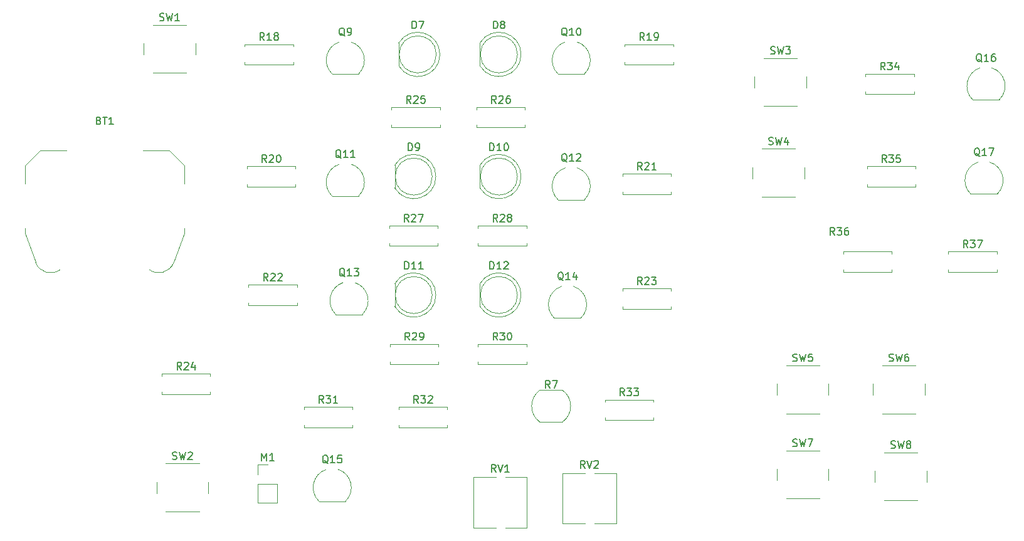
<source format=gbr>
%TF.GenerationSoftware,KiCad,Pcbnew,8.0.8*%
%TF.CreationDate,2025-07-02T05:08:29+01:00*%
%TF.ProjectId,Solder,536f6c64-6572-42e6-9b69-6361645f7063,rev?*%
%TF.SameCoordinates,Original*%
%TF.FileFunction,Legend,Top*%
%TF.FilePolarity,Positive*%
%FSLAX46Y46*%
G04 Gerber Fmt 4.6, Leading zero omitted, Abs format (unit mm)*
G04 Created by KiCad (PCBNEW 8.0.8) date 2025-07-02 05:08:29*
%MOMM*%
%LPD*%
G01*
G04 APERTURE LIST*
%ADD10C,0.150000*%
%ADD11C,0.120000*%
G04 APERTURE END LIST*
D10*
X32714285Y-71431009D02*
X32857142Y-71478628D01*
X32857142Y-71478628D02*
X32904761Y-71526247D01*
X32904761Y-71526247D02*
X32952380Y-71621485D01*
X32952380Y-71621485D02*
X32952380Y-71764342D01*
X32952380Y-71764342D02*
X32904761Y-71859580D01*
X32904761Y-71859580D02*
X32857142Y-71907200D01*
X32857142Y-71907200D02*
X32761904Y-71954819D01*
X32761904Y-71954819D02*
X32380952Y-71954819D01*
X32380952Y-71954819D02*
X32380952Y-70954819D01*
X32380952Y-70954819D02*
X32714285Y-70954819D01*
X32714285Y-70954819D02*
X32809523Y-71002438D01*
X32809523Y-71002438D02*
X32857142Y-71050057D01*
X32857142Y-71050057D02*
X32904761Y-71145295D01*
X32904761Y-71145295D02*
X32904761Y-71240533D01*
X32904761Y-71240533D02*
X32857142Y-71335771D01*
X32857142Y-71335771D02*
X32809523Y-71383390D01*
X32809523Y-71383390D02*
X32714285Y-71431009D01*
X32714285Y-71431009D02*
X32380952Y-71431009D01*
X33238095Y-70954819D02*
X33809523Y-70954819D01*
X33523809Y-71954819D02*
X33523809Y-70954819D01*
X34666666Y-71954819D02*
X34095238Y-71954819D01*
X34380952Y-71954819D02*
X34380952Y-70954819D01*
X34380952Y-70954819D02*
X34285714Y-71097676D01*
X34285714Y-71097676D02*
X34190476Y-71192914D01*
X34190476Y-71192914D02*
X34095238Y-71240533D01*
X139666667Y-115657200D02*
X139809524Y-115704819D01*
X139809524Y-115704819D02*
X140047619Y-115704819D01*
X140047619Y-115704819D02*
X140142857Y-115657200D01*
X140142857Y-115657200D02*
X140190476Y-115609580D01*
X140190476Y-115609580D02*
X140238095Y-115514342D01*
X140238095Y-115514342D02*
X140238095Y-115419104D01*
X140238095Y-115419104D02*
X140190476Y-115323866D01*
X140190476Y-115323866D02*
X140142857Y-115276247D01*
X140142857Y-115276247D02*
X140047619Y-115228628D01*
X140047619Y-115228628D02*
X139857143Y-115181009D01*
X139857143Y-115181009D02*
X139761905Y-115133390D01*
X139761905Y-115133390D02*
X139714286Y-115085771D01*
X139714286Y-115085771D02*
X139666667Y-114990533D01*
X139666667Y-114990533D02*
X139666667Y-114895295D01*
X139666667Y-114895295D02*
X139714286Y-114800057D01*
X139714286Y-114800057D02*
X139761905Y-114752438D01*
X139761905Y-114752438D02*
X139857143Y-114704819D01*
X139857143Y-114704819D02*
X140095238Y-114704819D01*
X140095238Y-114704819D02*
X140238095Y-114752438D01*
X140571429Y-114704819D02*
X140809524Y-115704819D01*
X140809524Y-115704819D02*
X141000000Y-114990533D01*
X141000000Y-114990533D02*
X141190476Y-115704819D01*
X141190476Y-115704819D02*
X141428572Y-114704819D01*
X141952381Y-115133390D02*
X141857143Y-115085771D01*
X141857143Y-115085771D02*
X141809524Y-115038152D01*
X141809524Y-115038152D02*
X141761905Y-114942914D01*
X141761905Y-114942914D02*
X141761905Y-114895295D01*
X141761905Y-114895295D02*
X141809524Y-114800057D01*
X141809524Y-114800057D02*
X141857143Y-114752438D01*
X141857143Y-114752438D02*
X141952381Y-114704819D01*
X141952381Y-114704819D02*
X142142857Y-114704819D01*
X142142857Y-114704819D02*
X142238095Y-114752438D01*
X142238095Y-114752438D02*
X142285714Y-114800057D01*
X142285714Y-114800057D02*
X142333333Y-114895295D01*
X142333333Y-114895295D02*
X142333333Y-114942914D01*
X142333333Y-114942914D02*
X142285714Y-115038152D01*
X142285714Y-115038152D02*
X142238095Y-115085771D01*
X142238095Y-115085771D02*
X142142857Y-115133390D01*
X142142857Y-115133390D02*
X141952381Y-115133390D01*
X141952381Y-115133390D02*
X141857143Y-115181009D01*
X141857143Y-115181009D02*
X141809524Y-115228628D01*
X141809524Y-115228628D02*
X141761905Y-115323866D01*
X141761905Y-115323866D02*
X141761905Y-115514342D01*
X141761905Y-115514342D02*
X141809524Y-115609580D01*
X141809524Y-115609580D02*
X141857143Y-115657200D01*
X141857143Y-115657200D02*
X141952381Y-115704819D01*
X141952381Y-115704819D02*
X142142857Y-115704819D01*
X142142857Y-115704819D02*
X142238095Y-115657200D01*
X142238095Y-115657200D02*
X142285714Y-115609580D01*
X142285714Y-115609580D02*
X142333333Y-115514342D01*
X142333333Y-115514342D02*
X142333333Y-115323866D01*
X142333333Y-115323866D02*
X142285714Y-115228628D01*
X142285714Y-115228628D02*
X142238095Y-115181009D01*
X142238095Y-115181009D02*
X142142857Y-115133390D01*
X126416667Y-115407200D02*
X126559524Y-115454819D01*
X126559524Y-115454819D02*
X126797619Y-115454819D01*
X126797619Y-115454819D02*
X126892857Y-115407200D01*
X126892857Y-115407200D02*
X126940476Y-115359580D01*
X126940476Y-115359580D02*
X126988095Y-115264342D01*
X126988095Y-115264342D02*
X126988095Y-115169104D01*
X126988095Y-115169104D02*
X126940476Y-115073866D01*
X126940476Y-115073866D02*
X126892857Y-115026247D01*
X126892857Y-115026247D02*
X126797619Y-114978628D01*
X126797619Y-114978628D02*
X126607143Y-114931009D01*
X126607143Y-114931009D02*
X126511905Y-114883390D01*
X126511905Y-114883390D02*
X126464286Y-114835771D01*
X126464286Y-114835771D02*
X126416667Y-114740533D01*
X126416667Y-114740533D02*
X126416667Y-114645295D01*
X126416667Y-114645295D02*
X126464286Y-114550057D01*
X126464286Y-114550057D02*
X126511905Y-114502438D01*
X126511905Y-114502438D02*
X126607143Y-114454819D01*
X126607143Y-114454819D02*
X126845238Y-114454819D01*
X126845238Y-114454819D02*
X126988095Y-114502438D01*
X127321429Y-114454819D02*
X127559524Y-115454819D01*
X127559524Y-115454819D02*
X127750000Y-114740533D01*
X127750000Y-114740533D02*
X127940476Y-115454819D01*
X127940476Y-115454819D02*
X128178572Y-114454819D01*
X128464286Y-114454819D02*
X129130952Y-114454819D01*
X129130952Y-114454819D02*
X128702381Y-115454819D01*
X139416667Y-103907200D02*
X139559524Y-103954819D01*
X139559524Y-103954819D02*
X139797619Y-103954819D01*
X139797619Y-103954819D02*
X139892857Y-103907200D01*
X139892857Y-103907200D02*
X139940476Y-103859580D01*
X139940476Y-103859580D02*
X139988095Y-103764342D01*
X139988095Y-103764342D02*
X139988095Y-103669104D01*
X139988095Y-103669104D02*
X139940476Y-103573866D01*
X139940476Y-103573866D02*
X139892857Y-103526247D01*
X139892857Y-103526247D02*
X139797619Y-103478628D01*
X139797619Y-103478628D02*
X139607143Y-103431009D01*
X139607143Y-103431009D02*
X139511905Y-103383390D01*
X139511905Y-103383390D02*
X139464286Y-103335771D01*
X139464286Y-103335771D02*
X139416667Y-103240533D01*
X139416667Y-103240533D02*
X139416667Y-103145295D01*
X139416667Y-103145295D02*
X139464286Y-103050057D01*
X139464286Y-103050057D02*
X139511905Y-103002438D01*
X139511905Y-103002438D02*
X139607143Y-102954819D01*
X139607143Y-102954819D02*
X139845238Y-102954819D01*
X139845238Y-102954819D02*
X139988095Y-103002438D01*
X140321429Y-102954819D02*
X140559524Y-103954819D01*
X140559524Y-103954819D02*
X140750000Y-103240533D01*
X140750000Y-103240533D02*
X140940476Y-103954819D01*
X140940476Y-103954819D02*
X141178572Y-102954819D01*
X141988095Y-102954819D02*
X141797619Y-102954819D01*
X141797619Y-102954819D02*
X141702381Y-103002438D01*
X141702381Y-103002438D02*
X141654762Y-103050057D01*
X141654762Y-103050057D02*
X141559524Y-103192914D01*
X141559524Y-103192914D02*
X141511905Y-103383390D01*
X141511905Y-103383390D02*
X141511905Y-103764342D01*
X141511905Y-103764342D02*
X141559524Y-103859580D01*
X141559524Y-103859580D02*
X141607143Y-103907200D01*
X141607143Y-103907200D02*
X141702381Y-103954819D01*
X141702381Y-103954819D02*
X141892857Y-103954819D01*
X141892857Y-103954819D02*
X141988095Y-103907200D01*
X141988095Y-103907200D02*
X142035714Y-103859580D01*
X142035714Y-103859580D02*
X142083333Y-103764342D01*
X142083333Y-103764342D02*
X142083333Y-103526247D01*
X142083333Y-103526247D02*
X142035714Y-103431009D01*
X142035714Y-103431009D02*
X141988095Y-103383390D01*
X141988095Y-103383390D02*
X141892857Y-103335771D01*
X141892857Y-103335771D02*
X141702381Y-103335771D01*
X141702381Y-103335771D02*
X141607143Y-103383390D01*
X141607143Y-103383390D02*
X141559524Y-103431009D01*
X141559524Y-103431009D02*
X141511905Y-103526247D01*
X126416667Y-103907200D02*
X126559524Y-103954819D01*
X126559524Y-103954819D02*
X126797619Y-103954819D01*
X126797619Y-103954819D02*
X126892857Y-103907200D01*
X126892857Y-103907200D02*
X126940476Y-103859580D01*
X126940476Y-103859580D02*
X126988095Y-103764342D01*
X126988095Y-103764342D02*
X126988095Y-103669104D01*
X126988095Y-103669104D02*
X126940476Y-103573866D01*
X126940476Y-103573866D02*
X126892857Y-103526247D01*
X126892857Y-103526247D02*
X126797619Y-103478628D01*
X126797619Y-103478628D02*
X126607143Y-103431009D01*
X126607143Y-103431009D02*
X126511905Y-103383390D01*
X126511905Y-103383390D02*
X126464286Y-103335771D01*
X126464286Y-103335771D02*
X126416667Y-103240533D01*
X126416667Y-103240533D02*
X126416667Y-103145295D01*
X126416667Y-103145295D02*
X126464286Y-103050057D01*
X126464286Y-103050057D02*
X126511905Y-103002438D01*
X126511905Y-103002438D02*
X126607143Y-102954819D01*
X126607143Y-102954819D02*
X126845238Y-102954819D01*
X126845238Y-102954819D02*
X126988095Y-103002438D01*
X127321429Y-102954819D02*
X127559524Y-103954819D01*
X127559524Y-103954819D02*
X127750000Y-103240533D01*
X127750000Y-103240533D02*
X127940476Y-103954819D01*
X127940476Y-103954819D02*
X128178572Y-102954819D01*
X129035714Y-102954819D02*
X128559524Y-102954819D01*
X128559524Y-102954819D02*
X128511905Y-103431009D01*
X128511905Y-103431009D02*
X128559524Y-103383390D01*
X128559524Y-103383390D02*
X128654762Y-103335771D01*
X128654762Y-103335771D02*
X128892857Y-103335771D01*
X128892857Y-103335771D02*
X128988095Y-103383390D01*
X128988095Y-103383390D02*
X129035714Y-103431009D01*
X129035714Y-103431009D02*
X129083333Y-103526247D01*
X129083333Y-103526247D02*
X129083333Y-103764342D01*
X129083333Y-103764342D02*
X129035714Y-103859580D01*
X129035714Y-103859580D02*
X128988095Y-103907200D01*
X128988095Y-103907200D02*
X128892857Y-103954819D01*
X128892857Y-103954819D02*
X128654762Y-103954819D01*
X128654762Y-103954819D02*
X128559524Y-103907200D01*
X128559524Y-103907200D02*
X128511905Y-103859580D01*
X123166667Y-74657200D02*
X123309524Y-74704819D01*
X123309524Y-74704819D02*
X123547619Y-74704819D01*
X123547619Y-74704819D02*
X123642857Y-74657200D01*
X123642857Y-74657200D02*
X123690476Y-74609580D01*
X123690476Y-74609580D02*
X123738095Y-74514342D01*
X123738095Y-74514342D02*
X123738095Y-74419104D01*
X123738095Y-74419104D02*
X123690476Y-74323866D01*
X123690476Y-74323866D02*
X123642857Y-74276247D01*
X123642857Y-74276247D02*
X123547619Y-74228628D01*
X123547619Y-74228628D02*
X123357143Y-74181009D01*
X123357143Y-74181009D02*
X123261905Y-74133390D01*
X123261905Y-74133390D02*
X123214286Y-74085771D01*
X123214286Y-74085771D02*
X123166667Y-73990533D01*
X123166667Y-73990533D02*
X123166667Y-73895295D01*
X123166667Y-73895295D02*
X123214286Y-73800057D01*
X123214286Y-73800057D02*
X123261905Y-73752438D01*
X123261905Y-73752438D02*
X123357143Y-73704819D01*
X123357143Y-73704819D02*
X123595238Y-73704819D01*
X123595238Y-73704819D02*
X123738095Y-73752438D01*
X124071429Y-73704819D02*
X124309524Y-74704819D01*
X124309524Y-74704819D02*
X124500000Y-73990533D01*
X124500000Y-73990533D02*
X124690476Y-74704819D01*
X124690476Y-74704819D02*
X124928572Y-73704819D01*
X125738095Y-74038152D02*
X125738095Y-74704819D01*
X125500000Y-73657200D02*
X125261905Y-74371485D01*
X125261905Y-74371485D02*
X125880952Y-74371485D01*
X123416667Y-62407200D02*
X123559524Y-62454819D01*
X123559524Y-62454819D02*
X123797619Y-62454819D01*
X123797619Y-62454819D02*
X123892857Y-62407200D01*
X123892857Y-62407200D02*
X123940476Y-62359580D01*
X123940476Y-62359580D02*
X123988095Y-62264342D01*
X123988095Y-62264342D02*
X123988095Y-62169104D01*
X123988095Y-62169104D02*
X123940476Y-62073866D01*
X123940476Y-62073866D02*
X123892857Y-62026247D01*
X123892857Y-62026247D02*
X123797619Y-61978628D01*
X123797619Y-61978628D02*
X123607143Y-61931009D01*
X123607143Y-61931009D02*
X123511905Y-61883390D01*
X123511905Y-61883390D02*
X123464286Y-61835771D01*
X123464286Y-61835771D02*
X123416667Y-61740533D01*
X123416667Y-61740533D02*
X123416667Y-61645295D01*
X123416667Y-61645295D02*
X123464286Y-61550057D01*
X123464286Y-61550057D02*
X123511905Y-61502438D01*
X123511905Y-61502438D02*
X123607143Y-61454819D01*
X123607143Y-61454819D02*
X123845238Y-61454819D01*
X123845238Y-61454819D02*
X123988095Y-61502438D01*
X124321429Y-61454819D02*
X124559524Y-62454819D01*
X124559524Y-62454819D02*
X124750000Y-61740533D01*
X124750000Y-61740533D02*
X124940476Y-62454819D01*
X124940476Y-62454819D02*
X125178572Y-61454819D01*
X125464286Y-61454819D02*
X126083333Y-61454819D01*
X126083333Y-61454819D02*
X125750000Y-61835771D01*
X125750000Y-61835771D02*
X125892857Y-61835771D01*
X125892857Y-61835771D02*
X125988095Y-61883390D01*
X125988095Y-61883390D02*
X126035714Y-61931009D01*
X126035714Y-61931009D02*
X126083333Y-62026247D01*
X126083333Y-62026247D02*
X126083333Y-62264342D01*
X126083333Y-62264342D02*
X126035714Y-62359580D01*
X126035714Y-62359580D02*
X125988095Y-62407200D01*
X125988095Y-62407200D02*
X125892857Y-62454819D01*
X125892857Y-62454819D02*
X125607143Y-62454819D01*
X125607143Y-62454819D02*
X125511905Y-62407200D01*
X125511905Y-62407200D02*
X125464286Y-62359580D01*
X42666667Y-117157200D02*
X42809524Y-117204819D01*
X42809524Y-117204819D02*
X43047619Y-117204819D01*
X43047619Y-117204819D02*
X43142857Y-117157200D01*
X43142857Y-117157200D02*
X43190476Y-117109580D01*
X43190476Y-117109580D02*
X43238095Y-117014342D01*
X43238095Y-117014342D02*
X43238095Y-116919104D01*
X43238095Y-116919104D02*
X43190476Y-116823866D01*
X43190476Y-116823866D02*
X43142857Y-116776247D01*
X43142857Y-116776247D02*
X43047619Y-116728628D01*
X43047619Y-116728628D02*
X42857143Y-116681009D01*
X42857143Y-116681009D02*
X42761905Y-116633390D01*
X42761905Y-116633390D02*
X42714286Y-116585771D01*
X42714286Y-116585771D02*
X42666667Y-116490533D01*
X42666667Y-116490533D02*
X42666667Y-116395295D01*
X42666667Y-116395295D02*
X42714286Y-116300057D01*
X42714286Y-116300057D02*
X42761905Y-116252438D01*
X42761905Y-116252438D02*
X42857143Y-116204819D01*
X42857143Y-116204819D02*
X43095238Y-116204819D01*
X43095238Y-116204819D02*
X43238095Y-116252438D01*
X43571429Y-116204819D02*
X43809524Y-117204819D01*
X43809524Y-117204819D02*
X44000000Y-116490533D01*
X44000000Y-116490533D02*
X44190476Y-117204819D01*
X44190476Y-117204819D02*
X44428572Y-116204819D01*
X44761905Y-116300057D02*
X44809524Y-116252438D01*
X44809524Y-116252438D02*
X44904762Y-116204819D01*
X44904762Y-116204819D02*
X45142857Y-116204819D01*
X45142857Y-116204819D02*
X45238095Y-116252438D01*
X45238095Y-116252438D02*
X45285714Y-116300057D01*
X45285714Y-116300057D02*
X45333333Y-116395295D01*
X45333333Y-116395295D02*
X45333333Y-116490533D01*
X45333333Y-116490533D02*
X45285714Y-116633390D01*
X45285714Y-116633390D02*
X44714286Y-117204819D01*
X44714286Y-117204819D02*
X45333333Y-117204819D01*
X40916667Y-57907200D02*
X41059524Y-57954819D01*
X41059524Y-57954819D02*
X41297619Y-57954819D01*
X41297619Y-57954819D02*
X41392857Y-57907200D01*
X41392857Y-57907200D02*
X41440476Y-57859580D01*
X41440476Y-57859580D02*
X41488095Y-57764342D01*
X41488095Y-57764342D02*
X41488095Y-57669104D01*
X41488095Y-57669104D02*
X41440476Y-57573866D01*
X41440476Y-57573866D02*
X41392857Y-57526247D01*
X41392857Y-57526247D02*
X41297619Y-57478628D01*
X41297619Y-57478628D02*
X41107143Y-57431009D01*
X41107143Y-57431009D02*
X41011905Y-57383390D01*
X41011905Y-57383390D02*
X40964286Y-57335771D01*
X40964286Y-57335771D02*
X40916667Y-57240533D01*
X40916667Y-57240533D02*
X40916667Y-57145295D01*
X40916667Y-57145295D02*
X40964286Y-57050057D01*
X40964286Y-57050057D02*
X41011905Y-57002438D01*
X41011905Y-57002438D02*
X41107143Y-56954819D01*
X41107143Y-56954819D02*
X41345238Y-56954819D01*
X41345238Y-56954819D02*
X41488095Y-57002438D01*
X41821429Y-56954819D02*
X42059524Y-57954819D01*
X42059524Y-57954819D02*
X42250000Y-57240533D01*
X42250000Y-57240533D02*
X42440476Y-57954819D01*
X42440476Y-57954819D02*
X42678572Y-56954819D01*
X43583333Y-57954819D02*
X43011905Y-57954819D01*
X43297619Y-57954819D02*
X43297619Y-56954819D01*
X43297619Y-56954819D02*
X43202381Y-57097676D01*
X43202381Y-57097676D02*
X43107143Y-57192914D01*
X43107143Y-57192914D02*
X43011905Y-57240533D01*
X98344761Y-118364819D02*
X98011428Y-117888628D01*
X97773333Y-118364819D02*
X97773333Y-117364819D01*
X97773333Y-117364819D02*
X98154285Y-117364819D01*
X98154285Y-117364819D02*
X98249523Y-117412438D01*
X98249523Y-117412438D02*
X98297142Y-117460057D01*
X98297142Y-117460057D02*
X98344761Y-117555295D01*
X98344761Y-117555295D02*
X98344761Y-117698152D01*
X98344761Y-117698152D02*
X98297142Y-117793390D01*
X98297142Y-117793390D02*
X98249523Y-117841009D01*
X98249523Y-117841009D02*
X98154285Y-117888628D01*
X98154285Y-117888628D02*
X97773333Y-117888628D01*
X98630476Y-117364819D02*
X98963809Y-118364819D01*
X98963809Y-118364819D02*
X99297142Y-117364819D01*
X99582857Y-117460057D02*
X99630476Y-117412438D01*
X99630476Y-117412438D02*
X99725714Y-117364819D01*
X99725714Y-117364819D02*
X99963809Y-117364819D01*
X99963809Y-117364819D02*
X100059047Y-117412438D01*
X100059047Y-117412438D02*
X100106666Y-117460057D01*
X100106666Y-117460057D02*
X100154285Y-117555295D01*
X100154285Y-117555295D02*
X100154285Y-117650533D01*
X100154285Y-117650533D02*
X100106666Y-117793390D01*
X100106666Y-117793390D02*
X99535238Y-118364819D01*
X99535238Y-118364819D02*
X100154285Y-118364819D01*
X86304761Y-118904819D02*
X85971428Y-118428628D01*
X85733333Y-118904819D02*
X85733333Y-117904819D01*
X85733333Y-117904819D02*
X86114285Y-117904819D01*
X86114285Y-117904819D02*
X86209523Y-117952438D01*
X86209523Y-117952438D02*
X86257142Y-118000057D01*
X86257142Y-118000057D02*
X86304761Y-118095295D01*
X86304761Y-118095295D02*
X86304761Y-118238152D01*
X86304761Y-118238152D02*
X86257142Y-118333390D01*
X86257142Y-118333390D02*
X86209523Y-118381009D01*
X86209523Y-118381009D02*
X86114285Y-118428628D01*
X86114285Y-118428628D02*
X85733333Y-118428628D01*
X86590476Y-117904819D02*
X86923809Y-118904819D01*
X86923809Y-118904819D02*
X87257142Y-117904819D01*
X88114285Y-118904819D02*
X87542857Y-118904819D01*
X87828571Y-118904819D02*
X87828571Y-117904819D01*
X87828571Y-117904819D02*
X87733333Y-118047676D01*
X87733333Y-118047676D02*
X87638095Y-118142914D01*
X87638095Y-118142914D02*
X87542857Y-118190533D01*
X150047142Y-88584819D02*
X149713809Y-88108628D01*
X149475714Y-88584819D02*
X149475714Y-87584819D01*
X149475714Y-87584819D02*
X149856666Y-87584819D01*
X149856666Y-87584819D02*
X149951904Y-87632438D01*
X149951904Y-87632438D02*
X149999523Y-87680057D01*
X149999523Y-87680057D02*
X150047142Y-87775295D01*
X150047142Y-87775295D02*
X150047142Y-87918152D01*
X150047142Y-87918152D02*
X149999523Y-88013390D01*
X149999523Y-88013390D02*
X149951904Y-88061009D01*
X149951904Y-88061009D02*
X149856666Y-88108628D01*
X149856666Y-88108628D02*
X149475714Y-88108628D01*
X150380476Y-87584819D02*
X150999523Y-87584819D01*
X150999523Y-87584819D02*
X150666190Y-87965771D01*
X150666190Y-87965771D02*
X150809047Y-87965771D01*
X150809047Y-87965771D02*
X150904285Y-88013390D01*
X150904285Y-88013390D02*
X150951904Y-88061009D01*
X150951904Y-88061009D02*
X150999523Y-88156247D01*
X150999523Y-88156247D02*
X150999523Y-88394342D01*
X150999523Y-88394342D02*
X150951904Y-88489580D01*
X150951904Y-88489580D02*
X150904285Y-88537200D01*
X150904285Y-88537200D02*
X150809047Y-88584819D01*
X150809047Y-88584819D02*
X150523333Y-88584819D01*
X150523333Y-88584819D02*
X150428095Y-88537200D01*
X150428095Y-88537200D02*
X150380476Y-88489580D01*
X151332857Y-87584819D02*
X151999523Y-87584819D01*
X151999523Y-87584819D02*
X151570952Y-88584819D01*
X132047142Y-86904819D02*
X131713809Y-86428628D01*
X131475714Y-86904819D02*
X131475714Y-85904819D01*
X131475714Y-85904819D02*
X131856666Y-85904819D01*
X131856666Y-85904819D02*
X131951904Y-85952438D01*
X131951904Y-85952438D02*
X131999523Y-86000057D01*
X131999523Y-86000057D02*
X132047142Y-86095295D01*
X132047142Y-86095295D02*
X132047142Y-86238152D01*
X132047142Y-86238152D02*
X131999523Y-86333390D01*
X131999523Y-86333390D02*
X131951904Y-86381009D01*
X131951904Y-86381009D02*
X131856666Y-86428628D01*
X131856666Y-86428628D02*
X131475714Y-86428628D01*
X132380476Y-85904819D02*
X132999523Y-85904819D01*
X132999523Y-85904819D02*
X132666190Y-86285771D01*
X132666190Y-86285771D02*
X132809047Y-86285771D01*
X132809047Y-86285771D02*
X132904285Y-86333390D01*
X132904285Y-86333390D02*
X132951904Y-86381009D01*
X132951904Y-86381009D02*
X132999523Y-86476247D01*
X132999523Y-86476247D02*
X132999523Y-86714342D01*
X132999523Y-86714342D02*
X132951904Y-86809580D01*
X132951904Y-86809580D02*
X132904285Y-86857200D01*
X132904285Y-86857200D02*
X132809047Y-86904819D01*
X132809047Y-86904819D02*
X132523333Y-86904819D01*
X132523333Y-86904819D02*
X132428095Y-86857200D01*
X132428095Y-86857200D02*
X132380476Y-86809580D01*
X133856666Y-85904819D02*
X133666190Y-85904819D01*
X133666190Y-85904819D02*
X133570952Y-85952438D01*
X133570952Y-85952438D02*
X133523333Y-86000057D01*
X133523333Y-86000057D02*
X133428095Y-86142914D01*
X133428095Y-86142914D02*
X133380476Y-86333390D01*
X133380476Y-86333390D02*
X133380476Y-86714342D01*
X133380476Y-86714342D02*
X133428095Y-86809580D01*
X133428095Y-86809580D02*
X133475714Y-86857200D01*
X133475714Y-86857200D02*
X133570952Y-86904819D01*
X133570952Y-86904819D02*
X133761428Y-86904819D01*
X133761428Y-86904819D02*
X133856666Y-86857200D01*
X133856666Y-86857200D02*
X133904285Y-86809580D01*
X133904285Y-86809580D02*
X133951904Y-86714342D01*
X133951904Y-86714342D02*
X133951904Y-86476247D01*
X133951904Y-86476247D02*
X133904285Y-86381009D01*
X133904285Y-86381009D02*
X133856666Y-86333390D01*
X133856666Y-86333390D02*
X133761428Y-86285771D01*
X133761428Y-86285771D02*
X133570952Y-86285771D01*
X133570952Y-86285771D02*
X133475714Y-86333390D01*
X133475714Y-86333390D02*
X133428095Y-86381009D01*
X133428095Y-86381009D02*
X133380476Y-86476247D01*
X139047142Y-77084819D02*
X138713809Y-76608628D01*
X138475714Y-77084819D02*
X138475714Y-76084819D01*
X138475714Y-76084819D02*
X138856666Y-76084819D01*
X138856666Y-76084819D02*
X138951904Y-76132438D01*
X138951904Y-76132438D02*
X138999523Y-76180057D01*
X138999523Y-76180057D02*
X139047142Y-76275295D01*
X139047142Y-76275295D02*
X139047142Y-76418152D01*
X139047142Y-76418152D02*
X138999523Y-76513390D01*
X138999523Y-76513390D02*
X138951904Y-76561009D01*
X138951904Y-76561009D02*
X138856666Y-76608628D01*
X138856666Y-76608628D02*
X138475714Y-76608628D01*
X139380476Y-76084819D02*
X139999523Y-76084819D01*
X139999523Y-76084819D02*
X139666190Y-76465771D01*
X139666190Y-76465771D02*
X139809047Y-76465771D01*
X139809047Y-76465771D02*
X139904285Y-76513390D01*
X139904285Y-76513390D02*
X139951904Y-76561009D01*
X139951904Y-76561009D02*
X139999523Y-76656247D01*
X139999523Y-76656247D02*
X139999523Y-76894342D01*
X139999523Y-76894342D02*
X139951904Y-76989580D01*
X139951904Y-76989580D02*
X139904285Y-77037200D01*
X139904285Y-77037200D02*
X139809047Y-77084819D01*
X139809047Y-77084819D02*
X139523333Y-77084819D01*
X139523333Y-77084819D02*
X139428095Y-77037200D01*
X139428095Y-77037200D02*
X139380476Y-76989580D01*
X140904285Y-76084819D02*
X140428095Y-76084819D01*
X140428095Y-76084819D02*
X140380476Y-76561009D01*
X140380476Y-76561009D02*
X140428095Y-76513390D01*
X140428095Y-76513390D02*
X140523333Y-76465771D01*
X140523333Y-76465771D02*
X140761428Y-76465771D01*
X140761428Y-76465771D02*
X140856666Y-76513390D01*
X140856666Y-76513390D02*
X140904285Y-76561009D01*
X140904285Y-76561009D02*
X140951904Y-76656247D01*
X140951904Y-76656247D02*
X140951904Y-76894342D01*
X140951904Y-76894342D02*
X140904285Y-76989580D01*
X140904285Y-76989580D02*
X140856666Y-77037200D01*
X140856666Y-77037200D02*
X140761428Y-77084819D01*
X140761428Y-77084819D02*
X140523333Y-77084819D01*
X140523333Y-77084819D02*
X140428095Y-77037200D01*
X140428095Y-77037200D02*
X140380476Y-76989580D01*
X138857142Y-64584819D02*
X138523809Y-64108628D01*
X138285714Y-64584819D02*
X138285714Y-63584819D01*
X138285714Y-63584819D02*
X138666666Y-63584819D01*
X138666666Y-63584819D02*
X138761904Y-63632438D01*
X138761904Y-63632438D02*
X138809523Y-63680057D01*
X138809523Y-63680057D02*
X138857142Y-63775295D01*
X138857142Y-63775295D02*
X138857142Y-63918152D01*
X138857142Y-63918152D02*
X138809523Y-64013390D01*
X138809523Y-64013390D02*
X138761904Y-64061009D01*
X138761904Y-64061009D02*
X138666666Y-64108628D01*
X138666666Y-64108628D02*
X138285714Y-64108628D01*
X139190476Y-63584819D02*
X139809523Y-63584819D01*
X139809523Y-63584819D02*
X139476190Y-63965771D01*
X139476190Y-63965771D02*
X139619047Y-63965771D01*
X139619047Y-63965771D02*
X139714285Y-64013390D01*
X139714285Y-64013390D02*
X139761904Y-64061009D01*
X139761904Y-64061009D02*
X139809523Y-64156247D01*
X139809523Y-64156247D02*
X139809523Y-64394342D01*
X139809523Y-64394342D02*
X139761904Y-64489580D01*
X139761904Y-64489580D02*
X139714285Y-64537200D01*
X139714285Y-64537200D02*
X139619047Y-64584819D01*
X139619047Y-64584819D02*
X139333333Y-64584819D01*
X139333333Y-64584819D02*
X139238095Y-64537200D01*
X139238095Y-64537200D02*
X139190476Y-64489580D01*
X140666666Y-63918152D02*
X140666666Y-64584819D01*
X140428571Y-63537200D02*
X140190476Y-64251485D01*
X140190476Y-64251485D02*
X140809523Y-64251485D01*
X103667142Y-108584819D02*
X103333809Y-108108628D01*
X103095714Y-108584819D02*
X103095714Y-107584819D01*
X103095714Y-107584819D02*
X103476666Y-107584819D01*
X103476666Y-107584819D02*
X103571904Y-107632438D01*
X103571904Y-107632438D02*
X103619523Y-107680057D01*
X103619523Y-107680057D02*
X103667142Y-107775295D01*
X103667142Y-107775295D02*
X103667142Y-107918152D01*
X103667142Y-107918152D02*
X103619523Y-108013390D01*
X103619523Y-108013390D02*
X103571904Y-108061009D01*
X103571904Y-108061009D02*
X103476666Y-108108628D01*
X103476666Y-108108628D02*
X103095714Y-108108628D01*
X104000476Y-107584819D02*
X104619523Y-107584819D01*
X104619523Y-107584819D02*
X104286190Y-107965771D01*
X104286190Y-107965771D02*
X104429047Y-107965771D01*
X104429047Y-107965771D02*
X104524285Y-108013390D01*
X104524285Y-108013390D02*
X104571904Y-108061009D01*
X104571904Y-108061009D02*
X104619523Y-108156247D01*
X104619523Y-108156247D02*
X104619523Y-108394342D01*
X104619523Y-108394342D02*
X104571904Y-108489580D01*
X104571904Y-108489580D02*
X104524285Y-108537200D01*
X104524285Y-108537200D02*
X104429047Y-108584819D01*
X104429047Y-108584819D02*
X104143333Y-108584819D01*
X104143333Y-108584819D02*
X104048095Y-108537200D01*
X104048095Y-108537200D02*
X104000476Y-108489580D01*
X104952857Y-107584819D02*
X105571904Y-107584819D01*
X105571904Y-107584819D02*
X105238571Y-107965771D01*
X105238571Y-107965771D02*
X105381428Y-107965771D01*
X105381428Y-107965771D02*
X105476666Y-108013390D01*
X105476666Y-108013390D02*
X105524285Y-108061009D01*
X105524285Y-108061009D02*
X105571904Y-108156247D01*
X105571904Y-108156247D02*
X105571904Y-108394342D01*
X105571904Y-108394342D02*
X105524285Y-108489580D01*
X105524285Y-108489580D02*
X105476666Y-108537200D01*
X105476666Y-108537200D02*
X105381428Y-108584819D01*
X105381428Y-108584819D02*
X105095714Y-108584819D01*
X105095714Y-108584819D02*
X105000476Y-108537200D01*
X105000476Y-108537200D02*
X104952857Y-108489580D01*
X75857142Y-109584819D02*
X75523809Y-109108628D01*
X75285714Y-109584819D02*
X75285714Y-108584819D01*
X75285714Y-108584819D02*
X75666666Y-108584819D01*
X75666666Y-108584819D02*
X75761904Y-108632438D01*
X75761904Y-108632438D02*
X75809523Y-108680057D01*
X75809523Y-108680057D02*
X75857142Y-108775295D01*
X75857142Y-108775295D02*
X75857142Y-108918152D01*
X75857142Y-108918152D02*
X75809523Y-109013390D01*
X75809523Y-109013390D02*
X75761904Y-109061009D01*
X75761904Y-109061009D02*
X75666666Y-109108628D01*
X75666666Y-109108628D02*
X75285714Y-109108628D01*
X76190476Y-108584819D02*
X76809523Y-108584819D01*
X76809523Y-108584819D02*
X76476190Y-108965771D01*
X76476190Y-108965771D02*
X76619047Y-108965771D01*
X76619047Y-108965771D02*
X76714285Y-109013390D01*
X76714285Y-109013390D02*
X76761904Y-109061009D01*
X76761904Y-109061009D02*
X76809523Y-109156247D01*
X76809523Y-109156247D02*
X76809523Y-109394342D01*
X76809523Y-109394342D02*
X76761904Y-109489580D01*
X76761904Y-109489580D02*
X76714285Y-109537200D01*
X76714285Y-109537200D02*
X76619047Y-109584819D01*
X76619047Y-109584819D02*
X76333333Y-109584819D01*
X76333333Y-109584819D02*
X76238095Y-109537200D01*
X76238095Y-109537200D02*
X76190476Y-109489580D01*
X77190476Y-108680057D02*
X77238095Y-108632438D01*
X77238095Y-108632438D02*
X77333333Y-108584819D01*
X77333333Y-108584819D02*
X77571428Y-108584819D01*
X77571428Y-108584819D02*
X77666666Y-108632438D01*
X77666666Y-108632438D02*
X77714285Y-108680057D01*
X77714285Y-108680057D02*
X77761904Y-108775295D01*
X77761904Y-108775295D02*
X77761904Y-108870533D01*
X77761904Y-108870533D02*
X77714285Y-109013390D01*
X77714285Y-109013390D02*
X77142857Y-109584819D01*
X77142857Y-109584819D02*
X77761904Y-109584819D01*
X63047142Y-109584819D02*
X62713809Y-109108628D01*
X62475714Y-109584819D02*
X62475714Y-108584819D01*
X62475714Y-108584819D02*
X62856666Y-108584819D01*
X62856666Y-108584819D02*
X62951904Y-108632438D01*
X62951904Y-108632438D02*
X62999523Y-108680057D01*
X62999523Y-108680057D02*
X63047142Y-108775295D01*
X63047142Y-108775295D02*
X63047142Y-108918152D01*
X63047142Y-108918152D02*
X62999523Y-109013390D01*
X62999523Y-109013390D02*
X62951904Y-109061009D01*
X62951904Y-109061009D02*
X62856666Y-109108628D01*
X62856666Y-109108628D02*
X62475714Y-109108628D01*
X63380476Y-108584819D02*
X63999523Y-108584819D01*
X63999523Y-108584819D02*
X63666190Y-108965771D01*
X63666190Y-108965771D02*
X63809047Y-108965771D01*
X63809047Y-108965771D02*
X63904285Y-109013390D01*
X63904285Y-109013390D02*
X63951904Y-109061009D01*
X63951904Y-109061009D02*
X63999523Y-109156247D01*
X63999523Y-109156247D02*
X63999523Y-109394342D01*
X63999523Y-109394342D02*
X63951904Y-109489580D01*
X63951904Y-109489580D02*
X63904285Y-109537200D01*
X63904285Y-109537200D02*
X63809047Y-109584819D01*
X63809047Y-109584819D02*
X63523333Y-109584819D01*
X63523333Y-109584819D02*
X63428095Y-109537200D01*
X63428095Y-109537200D02*
X63380476Y-109489580D01*
X64951904Y-109584819D02*
X64380476Y-109584819D01*
X64666190Y-109584819D02*
X64666190Y-108584819D01*
X64666190Y-108584819D02*
X64570952Y-108727676D01*
X64570952Y-108727676D02*
X64475714Y-108822914D01*
X64475714Y-108822914D02*
X64380476Y-108870533D01*
X86547142Y-101084819D02*
X86213809Y-100608628D01*
X85975714Y-101084819D02*
X85975714Y-100084819D01*
X85975714Y-100084819D02*
X86356666Y-100084819D01*
X86356666Y-100084819D02*
X86451904Y-100132438D01*
X86451904Y-100132438D02*
X86499523Y-100180057D01*
X86499523Y-100180057D02*
X86547142Y-100275295D01*
X86547142Y-100275295D02*
X86547142Y-100418152D01*
X86547142Y-100418152D02*
X86499523Y-100513390D01*
X86499523Y-100513390D02*
X86451904Y-100561009D01*
X86451904Y-100561009D02*
X86356666Y-100608628D01*
X86356666Y-100608628D02*
X85975714Y-100608628D01*
X86880476Y-100084819D02*
X87499523Y-100084819D01*
X87499523Y-100084819D02*
X87166190Y-100465771D01*
X87166190Y-100465771D02*
X87309047Y-100465771D01*
X87309047Y-100465771D02*
X87404285Y-100513390D01*
X87404285Y-100513390D02*
X87451904Y-100561009D01*
X87451904Y-100561009D02*
X87499523Y-100656247D01*
X87499523Y-100656247D02*
X87499523Y-100894342D01*
X87499523Y-100894342D02*
X87451904Y-100989580D01*
X87451904Y-100989580D02*
X87404285Y-101037200D01*
X87404285Y-101037200D02*
X87309047Y-101084819D01*
X87309047Y-101084819D02*
X87023333Y-101084819D01*
X87023333Y-101084819D02*
X86928095Y-101037200D01*
X86928095Y-101037200D02*
X86880476Y-100989580D01*
X88118571Y-100084819D02*
X88213809Y-100084819D01*
X88213809Y-100084819D02*
X88309047Y-100132438D01*
X88309047Y-100132438D02*
X88356666Y-100180057D01*
X88356666Y-100180057D02*
X88404285Y-100275295D01*
X88404285Y-100275295D02*
X88451904Y-100465771D01*
X88451904Y-100465771D02*
X88451904Y-100703866D01*
X88451904Y-100703866D02*
X88404285Y-100894342D01*
X88404285Y-100894342D02*
X88356666Y-100989580D01*
X88356666Y-100989580D02*
X88309047Y-101037200D01*
X88309047Y-101037200D02*
X88213809Y-101084819D01*
X88213809Y-101084819D02*
X88118571Y-101084819D01*
X88118571Y-101084819D02*
X88023333Y-101037200D01*
X88023333Y-101037200D02*
X87975714Y-100989580D01*
X87975714Y-100989580D02*
X87928095Y-100894342D01*
X87928095Y-100894342D02*
X87880476Y-100703866D01*
X87880476Y-100703866D02*
X87880476Y-100465771D01*
X87880476Y-100465771D02*
X87928095Y-100275295D01*
X87928095Y-100275295D02*
X87975714Y-100180057D01*
X87975714Y-100180057D02*
X88023333Y-100132438D01*
X88023333Y-100132438D02*
X88118571Y-100084819D01*
X74667142Y-101084819D02*
X74333809Y-100608628D01*
X74095714Y-101084819D02*
X74095714Y-100084819D01*
X74095714Y-100084819D02*
X74476666Y-100084819D01*
X74476666Y-100084819D02*
X74571904Y-100132438D01*
X74571904Y-100132438D02*
X74619523Y-100180057D01*
X74619523Y-100180057D02*
X74667142Y-100275295D01*
X74667142Y-100275295D02*
X74667142Y-100418152D01*
X74667142Y-100418152D02*
X74619523Y-100513390D01*
X74619523Y-100513390D02*
X74571904Y-100561009D01*
X74571904Y-100561009D02*
X74476666Y-100608628D01*
X74476666Y-100608628D02*
X74095714Y-100608628D01*
X75048095Y-100180057D02*
X75095714Y-100132438D01*
X75095714Y-100132438D02*
X75190952Y-100084819D01*
X75190952Y-100084819D02*
X75429047Y-100084819D01*
X75429047Y-100084819D02*
X75524285Y-100132438D01*
X75524285Y-100132438D02*
X75571904Y-100180057D01*
X75571904Y-100180057D02*
X75619523Y-100275295D01*
X75619523Y-100275295D02*
X75619523Y-100370533D01*
X75619523Y-100370533D02*
X75571904Y-100513390D01*
X75571904Y-100513390D02*
X75000476Y-101084819D01*
X75000476Y-101084819D02*
X75619523Y-101084819D01*
X76095714Y-101084819D02*
X76286190Y-101084819D01*
X76286190Y-101084819D02*
X76381428Y-101037200D01*
X76381428Y-101037200D02*
X76429047Y-100989580D01*
X76429047Y-100989580D02*
X76524285Y-100846723D01*
X76524285Y-100846723D02*
X76571904Y-100656247D01*
X76571904Y-100656247D02*
X76571904Y-100275295D01*
X76571904Y-100275295D02*
X76524285Y-100180057D01*
X76524285Y-100180057D02*
X76476666Y-100132438D01*
X76476666Y-100132438D02*
X76381428Y-100084819D01*
X76381428Y-100084819D02*
X76190952Y-100084819D01*
X76190952Y-100084819D02*
X76095714Y-100132438D01*
X76095714Y-100132438D02*
X76048095Y-100180057D01*
X76048095Y-100180057D02*
X76000476Y-100275295D01*
X76000476Y-100275295D02*
X76000476Y-100513390D01*
X76000476Y-100513390D02*
X76048095Y-100608628D01*
X76048095Y-100608628D02*
X76095714Y-100656247D01*
X76095714Y-100656247D02*
X76190952Y-100703866D01*
X76190952Y-100703866D02*
X76381428Y-100703866D01*
X76381428Y-100703866D02*
X76476666Y-100656247D01*
X76476666Y-100656247D02*
X76524285Y-100608628D01*
X76524285Y-100608628D02*
X76571904Y-100513390D01*
X86547142Y-85084819D02*
X86213809Y-84608628D01*
X85975714Y-85084819D02*
X85975714Y-84084819D01*
X85975714Y-84084819D02*
X86356666Y-84084819D01*
X86356666Y-84084819D02*
X86451904Y-84132438D01*
X86451904Y-84132438D02*
X86499523Y-84180057D01*
X86499523Y-84180057D02*
X86547142Y-84275295D01*
X86547142Y-84275295D02*
X86547142Y-84418152D01*
X86547142Y-84418152D02*
X86499523Y-84513390D01*
X86499523Y-84513390D02*
X86451904Y-84561009D01*
X86451904Y-84561009D02*
X86356666Y-84608628D01*
X86356666Y-84608628D02*
X85975714Y-84608628D01*
X86928095Y-84180057D02*
X86975714Y-84132438D01*
X86975714Y-84132438D02*
X87070952Y-84084819D01*
X87070952Y-84084819D02*
X87309047Y-84084819D01*
X87309047Y-84084819D02*
X87404285Y-84132438D01*
X87404285Y-84132438D02*
X87451904Y-84180057D01*
X87451904Y-84180057D02*
X87499523Y-84275295D01*
X87499523Y-84275295D02*
X87499523Y-84370533D01*
X87499523Y-84370533D02*
X87451904Y-84513390D01*
X87451904Y-84513390D02*
X86880476Y-85084819D01*
X86880476Y-85084819D02*
X87499523Y-85084819D01*
X88070952Y-84513390D02*
X87975714Y-84465771D01*
X87975714Y-84465771D02*
X87928095Y-84418152D01*
X87928095Y-84418152D02*
X87880476Y-84322914D01*
X87880476Y-84322914D02*
X87880476Y-84275295D01*
X87880476Y-84275295D02*
X87928095Y-84180057D01*
X87928095Y-84180057D02*
X87975714Y-84132438D01*
X87975714Y-84132438D02*
X88070952Y-84084819D01*
X88070952Y-84084819D02*
X88261428Y-84084819D01*
X88261428Y-84084819D02*
X88356666Y-84132438D01*
X88356666Y-84132438D02*
X88404285Y-84180057D01*
X88404285Y-84180057D02*
X88451904Y-84275295D01*
X88451904Y-84275295D02*
X88451904Y-84322914D01*
X88451904Y-84322914D02*
X88404285Y-84418152D01*
X88404285Y-84418152D02*
X88356666Y-84465771D01*
X88356666Y-84465771D02*
X88261428Y-84513390D01*
X88261428Y-84513390D02*
X88070952Y-84513390D01*
X88070952Y-84513390D02*
X87975714Y-84561009D01*
X87975714Y-84561009D02*
X87928095Y-84608628D01*
X87928095Y-84608628D02*
X87880476Y-84703866D01*
X87880476Y-84703866D02*
X87880476Y-84894342D01*
X87880476Y-84894342D02*
X87928095Y-84989580D01*
X87928095Y-84989580D02*
X87975714Y-85037200D01*
X87975714Y-85037200D02*
X88070952Y-85084819D01*
X88070952Y-85084819D02*
X88261428Y-85084819D01*
X88261428Y-85084819D02*
X88356666Y-85037200D01*
X88356666Y-85037200D02*
X88404285Y-84989580D01*
X88404285Y-84989580D02*
X88451904Y-84894342D01*
X88451904Y-84894342D02*
X88451904Y-84703866D01*
X88451904Y-84703866D02*
X88404285Y-84608628D01*
X88404285Y-84608628D02*
X88356666Y-84561009D01*
X88356666Y-84561009D02*
X88261428Y-84513390D01*
X74547142Y-85084819D02*
X74213809Y-84608628D01*
X73975714Y-85084819D02*
X73975714Y-84084819D01*
X73975714Y-84084819D02*
X74356666Y-84084819D01*
X74356666Y-84084819D02*
X74451904Y-84132438D01*
X74451904Y-84132438D02*
X74499523Y-84180057D01*
X74499523Y-84180057D02*
X74547142Y-84275295D01*
X74547142Y-84275295D02*
X74547142Y-84418152D01*
X74547142Y-84418152D02*
X74499523Y-84513390D01*
X74499523Y-84513390D02*
X74451904Y-84561009D01*
X74451904Y-84561009D02*
X74356666Y-84608628D01*
X74356666Y-84608628D02*
X73975714Y-84608628D01*
X74928095Y-84180057D02*
X74975714Y-84132438D01*
X74975714Y-84132438D02*
X75070952Y-84084819D01*
X75070952Y-84084819D02*
X75309047Y-84084819D01*
X75309047Y-84084819D02*
X75404285Y-84132438D01*
X75404285Y-84132438D02*
X75451904Y-84180057D01*
X75451904Y-84180057D02*
X75499523Y-84275295D01*
X75499523Y-84275295D02*
X75499523Y-84370533D01*
X75499523Y-84370533D02*
X75451904Y-84513390D01*
X75451904Y-84513390D02*
X74880476Y-85084819D01*
X74880476Y-85084819D02*
X75499523Y-85084819D01*
X75832857Y-84084819D02*
X76499523Y-84084819D01*
X76499523Y-84084819D02*
X76070952Y-85084819D01*
X86357142Y-69084819D02*
X86023809Y-68608628D01*
X85785714Y-69084819D02*
X85785714Y-68084819D01*
X85785714Y-68084819D02*
X86166666Y-68084819D01*
X86166666Y-68084819D02*
X86261904Y-68132438D01*
X86261904Y-68132438D02*
X86309523Y-68180057D01*
X86309523Y-68180057D02*
X86357142Y-68275295D01*
X86357142Y-68275295D02*
X86357142Y-68418152D01*
X86357142Y-68418152D02*
X86309523Y-68513390D01*
X86309523Y-68513390D02*
X86261904Y-68561009D01*
X86261904Y-68561009D02*
X86166666Y-68608628D01*
X86166666Y-68608628D02*
X85785714Y-68608628D01*
X86738095Y-68180057D02*
X86785714Y-68132438D01*
X86785714Y-68132438D02*
X86880952Y-68084819D01*
X86880952Y-68084819D02*
X87119047Y-68084819D01*
X87119047Y-68084819D02*
X87214285Y-68132438D01*
X87214285Y-68132438D02*
X87261904Y-68180057D01*
X87261904Y-68180057D02*
X87309523Y-68275295D01*
X87309523Y-68275295D02*
X87309523Y-68370533D01*
X87309523Y-68370533D02*
X87261904Y-68513390D01*
X87261904Y-68513390D02*
X86690476Y-69084819D01*
X86690476Y-69084819D02*
X87309523Y-69084819D01*
X88166666Y-68084819D02*
X87976190Y-68084819D01*
X87976190Y-68084819D02*
X87880952Y-68132438D01*
X87880952Y-68132438D02*
X87833333Y-68180057D01*
X87833333Y-68180057D02*
X87738095Y-68322914D01*
X87738095Y-68322914D02*
X87690476Y-68513390D01*
X87690476Y-68513390D02*
X87690476Y-68894342D01*
X87690476Y-68894342D02*
X87738095Y-68989580D01*
X87738095Y-68989580D02*
X87785714Y-69037200D01*
X87785714Y-69037200D02*
X87880952Y-69084819D01*
X87880952Y-69084819D02*
X88071428Y-69084819D01*
X88071428Y-69084819D02*
X88166666Y-69037200D01*
X88166666Y-69037200D02*
X88214285Y-68989580D01*
X88214285Y-68989580D02*
X88261904Y-68894342D01*
X88261904Y-68894342D02*
X88261904Y-68656247D01*
X88261904Y-68656247D02*
X88214285Y-68561009D01*
X88214285Y-68561009D02*
X88166666Y-68513390D01*
X88166666Y-68513390D02*
X88071428Y-68465771D01*
X88071428Y-68465771D02*
X87880952Y-68465771D01*
X87880952Y-68465771D02*
X87785714Y-68513390D01*
X87785714Y-68513390D02*
X87738095Y-68561009D01*
X87738095Y-68561009D02*
X87690476Y-68656247D01*
X74857142Y-69084819D02*
X74523809Y-68608628D01*
X74285714Y-69084819D02*
X74285714Y-68084819D01*
X74285714Y-68084819D02*
X74666666Y-68084819D01*
X74666666Y-68084819D02*
X74761904Y-68132438D01*
X74761904Y-68132438D02*
X74809523Y-68180057D01*
X74809523Y-68180057D02*
X74857142Y-68275295D01*
X74857142Y-68275295D02*
X74857142Y-68418152D01*
X74857142Y-68418152D02*
X74809523Y-68513390D01*
X74809523Y-68513390D02*
X74761904Y-68561009D01*
X74761904Y-68561009D02*
X74666666Y-68608628D01*
X74666666Y-68608628D02*
X74285714Y-68608628D01*
X75238095Y-68180057D02*
X75285714Y-68132438D01*
X75285714Y-68132438D02*
X75380952Y-68084819D01*
X75380952Y-68084819D02*
X75619047Y-68084819D01*
X75619047Y-68084819D02*
X75714285Y-68132438D01*
X75714285Y-68132438D02*
X75761904Y-68180057D01*
X75761904Y-68180057D02*
X75809523Y-68275295D01*
X75809523Y-68275295D02*
X75809523Y-68370533D01*
X75809523Y-68370533D02*
X75761904Y-68513390D01*
X75761904Y-68513390D02*
X75190476Y-69084819D01*
X75190476Y-69084819D02*
X75809523Y-69084819D01*
X76714285Y-68084819D02*
X76238095Y-68084819D01*
X76238095Y-68084819D02*
X76190476Y-68561009D01*
X76190476Y-68561009D02*
X76238095Y-68513390D01*
X76238095Y-68513390D02*
X76333333Y-68465771D01*
X76333333Y-68465771D02*
X76571428Y-68465771D01*
X76571428Y-68465771D02*
X76666666Y-68513390D01*
X76666666Y-68513390D02*
X76714285Y-68561009D01*
X76714285Y-68561009D02*
X76761904Y-68656247D01*
X76761904Y-68656247D02*
X76761904Y-68894342D01*
X76761904Y-68894342D02*
X76714285Y-68989580D01*
X76714285Y-68989580D02*
X76666666Y-69037200D01*
X76666666Y-69037200D02*
X76571428Y-69084819D01*
X76571428Y-69084819D02*
X76333333Y-69084819D01*
X76333333Y-69084819D02*
X76238095Y-69037200D01*
X76238095Y-69037200D02*
X76190476Y-68989580D01*
X43857142Y-105084819D02*
X43523809Y-104608628D01*
X43285714Y-105084819D02*
X43285714Y-104084819D01*
X43285714Y-104084819D02*
X43666666Y-104084819D01*
X43666666Y-104084819D02*
X43761904Y-104132438D01*
X43761904Y-104132438D02*
X43809523Y-104180057D01*
X43809523Y-104180057D02*
X43857142Y-104275295D01*
X43857142Y-104275295D02*
X43857142Y-104418152D01*
X43857142Y-104418152D02*
X43809523Y-104513390D01*
X43809523Y-104513390D02*
X43761904Y-104561009D01*
X43761904Y-104561009D02*
X43666666Y-104608628D01*
X43666666Y-104608628D02*
X43285714Y-104608628D01*
X44238095Y-104180057D02*
X44285714Y-104132438D01*
X44285714Y-104132438D02*
X44380952Y-104084819D01*
X44380952Y-104084819D02*
X44619047Y-104084819D01*
X44619047Y-104084819D02*
X44714285Y-104132438D01*
X44714285Y-104132438D02*
X44761904Y-104180057D01*
X44761904Y-104180057D02*
X44809523Y-104275295D01*
X44809523Y-104275295D02*
X44809523Y-104370533D01*
X44809523Y-104370533D02*
X44761904Y-104513390D01*
X44761904Y-104513390D02*
X44190476Y-105084819D01*
X44190476Y-105084819D02*
X44809523Y-105084819D01*
X45666666Y-104418152D02*
X45666666Y-105084819D01*
X45428571Y-104037200D02*
X45190476Y-104751485D01*
X45190476Y-104751485D02*
X45809523Y-104751485D01*
X106047142Y-93584819D02*
X105713809Y-93108628D01*
X105475714Y-93584819D02*
X105475714Y-92584819D01*
X105475714Y-92584819D02*
X105856666Y-92584819D01*
X105856666Y-92584819D02*
X105951904Y-92632438D01*
X105951904Y-92632438D02*
X105999523Y-92680057D01*
X105999523Y-92680057D02*
X106047142Y-92775295D01*
X106047142Y-92775295D02*
X106047142Y-92918152D01*
X106047142Y-92918152D02*
X105999523Y-93013390D01*
X105999523Y-93013390D02*
X105951904Y-93061009D01*
X105951904Y-93061009D02*
X105856666Y-93108628D01*
X105856666Y-93108628D02*
X105475714Y-93108628D01*
X106428095Y-92680057D02*
X106475714Y-92632438D01*
X106475714Y-92632438D02*
X106570952Y-92584819D01*
X106570952Y-92584819D02*
X106809047Y-92584819D01*
X106809047Y-92584819D02*
X106904285Y-92632438D01*
X106904285Y-92632438D02*
X106951904Y-92680057D01*
X106951904Y-92680057D02*
X106999523Y-92775295D01*
X106999523Y-92775295D02*
X106999523Y-92870533D01*
X106999523Y-92870533D02*
X106951904Y-93013390D01*
X106951904Y-93013390D02*
X106380476Y-93584819D01*
X106380476Y-93584819D02*
X106999523Y-93584819D01*
X107332857Y-92584819D02*
X107951904Y-92584819D01*
X107951904Y-92584819D02*
X107618571Y-92965771D01*
X107618571Y-92965771D02*
X107761428Y-92965771D01*
X107761428Y-92965771D02*
X107856666Y-93013390D01*
X107856666Y-93013390D02*
X107904285Y-93061009D01*
X107904285Y-93061009D02*
X107951904Y-93156247D01*
X107951904Y-93156247D02*
X107951904Y-93394342D01*
X107951904Y-93394342D02*
X107904285Y-93489580D01*
X107904285Y-93489580D02*
X107856666Y-93537200D01*
X107856666Y-93537200D02*
X107761428Y-93584819D01*
X107761428Y-93584819D02*
X107475714Y-93584819D01*
X107475714Y-93584819D02*
X107380476Y-93537200D01*
X107380476Y-93537200D02*
X107332857Y-93489580D01*
X55547142Y-93084819D02*
X55213809Y-92608628D01*
X54975714Y-93084819D02*
X54975714Y-92084819D01*
X54975714Y-92084819D02*
X55356666Y-92084819D01*
X55356666Y-92084819D02*
X55451904Y-92132438D01*
X55451904Y-92132438D02*
X55499523Y-92180057D01*
X55499523Y-92180057D02*
X55547142Y-92275295D01*
X55547142Y-92275295D02*
X55547142Y-92418152D01*
X55547142Y-92418152D02*
X55499523Y-92513390D01*
X55499523Y-92513390D02*
X55451904Y-92561009D01*
X55451904Y-92561009D02*
X55356666Y-92608628D01*
X55356666Y-92608628D02*
X54975714Y-92608628D01*
X55928095Y-92180057D02*
X55975714Y-92132438D01*
X55975714Y-92132438D02*
X56070952Y-92084819D01*
X56070952Y-92084819D02*
X56309047Y-92084819D01*
X56309047Y-92084819D02*
X56404285Y-92132438D01*
X56404285Y-92132438D02*
X56451904Y-92180057D01*
X56451904Y-92180057D02*
X56499523Y-92275295D01*
X56499523Y-92275295D02*
X56499523Y-92370533D01*
X56499523Y-92370533D02*
X56451904Y-92513390D01*
X56451904Y-92513390D02*
X55880476Y-93084819D01*
X55880476Y-93084819D02*
X56499523Y-93084819D01*
X56880476Y-92180057D02*
X56928095Y-92132438D01*
X56928095Y-92132438D02*
X57023333Y-92084819D01*
X57023333Y-92084819D02*
X57261428Y-92084819D01*
X57261428Y-92084819D02*
X57356666Y-92132438D01*
X57356666Y-92132438D02*
X57404285Y-92180057D01*
X57404285Y-92180057D02*
X57451904Y-92275295D01*
X57451904Y-92275295D02*
X57451904Y-92370533D01*
X57451904Y-92370533D02*
X57404285Y-92513390D01*
X57404285Y-92513390D02*
X56832857Y-93084819D01*
X56832857Y-93084819D02*
X57451904Y-93084819D01*
X106047142Y-78084819D02*
X105713809Y-77608628D01*
X105475714Y-78084819D02*
X105475714Y-77084819D01*
X105475714Y-77084819D02*
X105856666Y-77084819D01*
X105856666Y-77084819D02*
X105951904Y-77132438D01*
X105951904Y-77132438D02*
X105999523Y-77180057D01*
X105999523Y-77180057D02*
X106047142Y-77275295D01*
X106047142Y-77275295D02*
X106047142Y-77418152D01*
X106047142Y-77418152D02*
X105999523Y-77513390D01*
X105999523Y-77513390D02*
X105951904Y-77561009D01*
X105951904Y-77561009D02*
X105856666Y-77608628D01*
X105856666Y-77608628D02*
X105475714Y-77608628D01*
X106428095Y-77180057D02*
X106475714Y-77132438D01*
X106475714Y-77132438D02*
X106570952Y-77084819D01*
X106570952Y-77084819D02*
X106809047Y-77084819D01*
X106809047Y-77084819D02*
X106904285Y-77132438D01*
X106904285Y-77132438D02*
X106951904Y-77180057D01*
X106951904Y-77180057D02*
X106999523Y-77275295D01*
X106999523Y-77275295D02*
X106999523Y-77370533D01*
X106999523Y-77370533D02*
X106951904Y-77513390D01*
X106951904Y-77513390D02*
X106380476Y-78084819D01*
X106380476Y-78084819D02*
X106999523Y-78084819D01*
X107951904Y-78084819D02*
X107380476Y-78084819D01*
X107666190Y-78084819D02*
X107666190Y-77084819D01*
X107666190Y-77084819D02*
X107570952Y-77227676D01*
X107570952Y-77227676D02*
X107475714Y-77322914D01*
X107475714Y-77322914D02*
X107380476Y-77370533D01*
X55357142Y-77084819D02*
X55023809Y-76608628D01*
X54785714Y-77084819D02*
X54785714Y-76084819D01*
X54785714Y-76084819D02*
X55166666Y-76084819D01*
X55166666Y-76084819D02*
X55261904Y-76132438D01*
X55261904Y-76132438D02*
X55309523Y-76180057D01*
X55309523Y-76180057D02*
X55357142Y-76275295D01*
X55357142Y-76275295D02*
X55357142Y-76418152D01*
X55357142Y-76418152D02*
X55309523Y-76513390D01*
X55309523Y-76513390D02*
X55261904Y-76561009D01*
X55261904Y-76561009D02*
X55166666Y-76608628D01*
X55166666Y-76608628D02*
X54785714Y-76608628D01*
X55738095Y-76180057D02*
X55785714Y-76132438D01*
X55785714Y-76132438D02*
X55880952Y-76084819D01*
X55880952Y-76084819D02*
X56119047Y-76084819D01*
X56119047Y-76084819D02*
X56214285Y-76132438D01*
X56214285Y-76132438D02*
X56261904Y-76180057D01*
X56261904Y-76180057D02*
X56309523Y-76275295D01*
X56309523Y-76275295D02*
X56309523Y-76370533D01*
X56309523Y-76370533D02*
X56261904Y-76513390D01*
X56261904Y-76513390D02*
X55690476Y-77084819D01*
X55690476Y-77084819D02*
X56309523Y-77084819D01*
X56928571Y-76084819D02*
X57023809Y-76084819D01*
X57023809Y-76084819D02*
X57119047Y-76132438D01*
X57119047Y-76132438D02*
X57166666Y-76180057D01*
X57166666Y-76180057D02*
X57214285Y-76275295D01*
X57214285Y-76275295D02*
X57261904Y-76465771D01*
X57261904Y-76465771D02*
X57261904Y-76703866D01*
X57261904Y-76703866D02*
X57214285Y-76894342D01*
X57214285Y-76894342D02*
X57166666Y-76989580D01*
X57166666Y-76989580D02*
X57119047Y-77037200D01*
X57119047Y-77037200D02*
X57023809Y-77084819D01*
X57023809Y-77084819D02*
X56928571Y-77084819D01*
X56928571Y-77084819D02*
X56833333Y-77037200D01*
X56833333Y-77037200D02*
X56785714Y-76989580D01*
X56785714Y-76989580D02*
X56738095Y-76894342D01*
X56738095Y-76894342D02*
X56690476Y-76703866D01*
X56690476Y-76703866D02*
X56690476Y-76465771D01*
X56690476Y-76465771D02*
X56738095Y-76275295D01*
X56738095Y-76275295D02*
X56785714Y-76180057D01*
X56785714Y-76180057D02*
X56833333Y-76132438D01*
X56833333Y-76132438D02*
X56928571Y-76084819D01*
X106357142Y-60584819D02*
X106023809Y-60108628D01*
X105785714Y-60584819D02*
X105785714Y-59584819D01*
X105785714Y-59584819D02*
X106166666Y-59584819D01*
X106166666Y-59584819D02*
X106261904Y-59632438D01*
X106261904Y-59632438D02*
X106309523Y-59680057D01*
X106309523Y-59680057D02*
X106357142Y-59775295D01*
X106357142Y-59775295D02*
X106357142Y-59918152D01*
X106357142Y-59918152D02*
X106309523Y-60013390D01*
X106309523Y-60013390D02*
X106261904Y-60061009D01*
X106261904Y-60061009D02*
X106166666Y-60108628D01*
X106166666Y-60108628D02*
X105785714Y-60108628D01*
X107309523Y-60584819D02*
X106738095Y-60584819D01*
X107023809Y-60584819D02*
X107023809Y-59584819D01*
X107023809Y-59584819D02*
X106928571Y-59727676D01*
X106928571Y-59727676D02*
X106833333Y-59822914D01*
X106833333Y-59822914D02*
X106738095Y-59870533D01*
X107785714Y-60584819D02*
X107976190Y-60584819D01*
X107976190Y-60584819D02*
X108071428Y-60537200D01*
X108071428Y-60537200D02*
X108119047Y-60489580D01*
X108119047Y-60489580D02*
X108214285Y-60346723D01*
X108214285Y-60346723D02*
X108261904Y-60156247D01*
X108261904Y-60156247D02*
X108261904Y-59775295D01*
X108261904Y-59775295D02*
X108214285Y-59680057D01*
X108214285Y-59680057D02*
X108166666Y-59632438D01*
X108166666Y-59632438D02*
X108071428Y-59584819D01*
X108071428Y-59584819D02*
X107880952Y-59584819D01*
X107880952Y-59584819D02*
X107785714Y-59632438D01*
X107785714Y-59632438D02*
X107738095Y-59680057D01*
X107738095Y-59680057D02*
X107690476Y-59775295D01*
X107690476Y-59775295D02*
X107690476Y-60013390D01*
X107690476Y-60013390D02*
X107738095Y-60108628D01*
X107738095Y-60108628D02*
X107785714Y-60156247D01*
X107785714Y-60156247D02*
X107880952Y-60203866D01*
X107880952Y-60203866D02*
X108071428Y-60203866D01*
X108071428Y-60203866D02*
X108166666Y-60156247D01*
X108166666Y-60156247D02*
X108214285Y-60108628D01*
X108214285Y-60108628D02*
X108261904Y-60013390D01*
X55047142Y-60584819D02*
X54713809Y-60108628D01*
X54475714Y-60584819D02*
X54475714Y-59584819D01*
X54475714Y-59584819D02*
X54856666Y-59584819D01*
X54856666Y-59584819D02*
X54951904Y-59632438D01*
X54951904Y-59632438D02*
X54999523Y-59680057D01*
X54999523Y-59680057D02*
X55047142Y-59775295D01*
X55047142Y-59775295D02*
X55047142Y-59918152D01*
X55047142Y-59918152D02*
X54999523Y-60013390D01*
X54999523Y-60013390D02*
X54951904Y-60061009D01*
X54951904Y-60061009D02*
X54856666Y-60108628D01*
X54856666Y-60108628D02*
X54475714Y-60108628D01*
X55999523Y-60584819D02*
X55428095Y-60584819D01*
X55713809Y-60584819D02*
X55713809Y-59584819D01*
X55713809Y-59584819D02*
X55618571Y-59727676D01*
X55618571Y-59727676D02*
X55523333Y-59822914D01*
X55523333Y-59822914D02*
X55428095Y-59870533D01*
X56570952Y-60013390D02*
X56475714Y-59965771D01*
X56475714Y-59965771D02*
X56428095Y-59918152D01*
X56428095Y-59918152D02*
X56380476Y-59822914D01*
X56380476Y-59822914D02*
X56380476Y-59775295D01*
X56380476Y-59775295D02*
X56428095Y-59680057D01*
X56428095Y-59680057D02*
X56475714Y-59632438D01*
X56475714Y-59632438D02*
X56570952Y-59584819D01*
X56570952Y-59584819D02*
X56761428Y-59584819D01*
X56761428Y-59584819D02*
X56856666Y-59632438D01*
X56856666Y-59632438D02*
X56904285Y-59680057D01*
X56904285Y-59680057D02*
X56951904Y-59775295D01*
X56951904Y-59775295D02*
X56951904Y-59822914D01*
X56951904Y-59822914D02*
X56904285Y-59918152D01*
X56904285Y-59918152D02*
X56856666Y-59965771D01*
X56856666Y-59965771D02*
X56761428Y-60013390D01*
X56761428Y-60013390D02*
X56570952Y-60013390D01*
X56570952Y-60013390D02*
X56475714Y-60061009D01*
X56475714Y-60061009D02*
X56428095Y-60108628D01*
X56428095Y-60108628D02*
X56380476Y-60203866D01*
X56380476Y-60203866D02*
X56380476Y-60394342D01*
X56380476Y-60394342D02*
X56428095Y-60489580D01*
X56428095Y-60489580D02*
X56475714Y-60537200D01*
X56475714Y-60537200D02*
X56570952Y-60584819D01*
X56570952Y-60584819D02*
X56761428Y-60584819D01*
X56761428Y-60584819D02*
X56856666Y-60537200D01*
X56856666Y-60537200D02*
X56904285Y-60489580D01*
X56904285Y-60489580D02*
X56951904Y-60394342D01*
X56951904Y-60394342D02*
X56951904Y-60203866D01*
X56951904Y-60203866D02*
X56904285Y-60108628D01*
X56904285Y-60108628D02*
X56856666Y-60061009D01*
X56856666Y-60061009D02*
X56761428Y-60013390D01*
X93633333Y-107554819D02*
X93300000Y-107078628D01*
X93061905Y-107554819D02*
X93061905Y-106554819D01*
X93061905Y-106554819D02*
X93442857Y-106554819D01*
X93442857Y-106554819D02*
X93538095Y-106602438D01*
X93538095Y-106602438D02*
X93585714Y-106650057D01*
X93585714Y-106650057D02*
X93633333Y-106745295D01*
X93633333Y-106745295D02*
X93633333Y-106888152D01*
X93633333Y-106888152D02*
X93585714Y-106983390D01*
X93585714Y-106983390D02*
X93538095Y-107031009D01*
X93538095Y-107031009D02*
X93442857Y-107078628D01*
X93442857Y-107078628D02*
X93061905Y-107078628D01*
X93966667Y-106554819D02*
X94633333Y-106554819D01*
X94633333Y-106554819D02*
X94204762Y-107554819D01*
X151658571Y-76250057D02*
X151563333Y-76202438D01*
X151563333Y-76202438D02*
X151468095Y-76107200D01*
X151468095Y-76107200D02*
X151325238Y-75964342D01*
X151325238Y-75964342D02*
X151230000Y-75916723D01*
X151230000Y-75916723D02*
X151134762Y-75916723D01*
X151182381Y-76154819D02*
X151087143Y-76107200D01*
X151087143Y-76107200D02*
X150991905Y-76011961D01*
X150991905Y-76011961D02*
X150944286Y-75821485D01*
X150944286Y-75821485D02*
X150944286Y-75488152D01*
X150944286Y-75488152D02*
X150991905Y-75297676D01*
X150991905Y-75297676D02*
X151087143Y-75202438D01*
X151087143Y-75202438D02*
X151182381Y-75154819D01*
X151182381Y-75154819D02*
X151372857Y-75154819D01*
X151372857Y-75154819D02*
X151468095Y-75202438D01*
X151468095Y-75202438D02*
X151563333Y-75297676D01*
X151563333Y-75297676D02*
X151610952Y-75488152D01*
X151610952Y-75488152D02*
X151610952Y-75821485D01*
X151610952Y-75821485D02*
X151563333Y-76011961D01*
X151563333Y-76011961D02*
X151468095Y-76107200D01*
X151468095Y-76107200D02*
X151372857Y-76154819D01*
X151372857Y-76154819D02*
X151182381Y-76154819D01*
X152563333Y-76154819D02*
X151991905Y-76154819D01*
X152277619Y-76154819D02*
X152277619Y-75154819D01*
X152277619Y-75154819D02*
X152182381Y-75297676D01*
X152182381Y-75297676D02*
X152087143Y-75392914D01*
X152087143Y-75392914D02*
X151991905Y-75440533D01*
X152896667Y-75154819D02*
X153563333Y-75154819D01*
X153563333Y-75154819D02*
X153134762Y-76154819D01*
X151928571Y-63520057D02*
X151833333Y-63472438D01*
X151833333Y-63472438D02*
X151738095Y-63377200D01*
X151738095Y-63377200D02*
X151595238Y-63234342D01*
X151595238Y-63234342D02*
X151500000Y-63186723D01*
X151500000Y-63186723D02*
X151404762Y-63186723D01*
X151452381Y-63424819D02*
X151357143Y-63377200D01*
X151357143Y-63377200D02*
X151261905Y-63281961D01*
X151261905Y-63281961D02*
X151214286Y-63091485D01*
X151214286Y-63091485D02*
X151214286Y-62758152D01*
X151214286Y-62758152D02*
X151261905Y-62567676D01*
X151261905Y-62567676D02*
X151357143Y-62472438D01*
X151357143Y-62472438D02*
X151452381Y-62424819D01*
X151452381Y-62424819D02*
X151642857Y-62424819D01*
X151642857Y-62424819D02*
X151738095Y-62472438D01*
X151738095Y-62472438D02*
X151833333Y-62567676D01*
X151833333Y-62567676D02*
X151880952Y-62758152D01*
X151880952Y-62758152D02*
X151880952Y-63091485D01*
X151880952Y-63091485D02*
X151833333Y-63281961D01*
X151833333Y-63281961D02*
X151738095Y-63377200D01*
X151738095Y-63377200D02*
X151642857Y-63424819D01*
X151642857Y-63424819D02*
X151452381Y-63424819D01*
X152833333Y-63424819D02*
X152261905Y-63424819D01*
X152547619Y-63424819D02*
X152547619Y-62424819D01*
X152547619Y-62424819D02*
X152452381Y-62567676D01*
X152452381Y-62567676D02*
X152357143Y-62662914D01*
X152357143Y-62662914D02*
X152261905Y-62710533D01*
X153690476Y-62424819D02*
X153500000Y-62424819D01*
X153500000Y-62424819D02*
X153404762Y-62472438D01*
X153404762Y-62472438D02*
X153357143Y-62520057D01*
X153357143Y-62520057D02*
X153261905Y-62662914D01*
X153261905Y-62662914D02*
X153214286Y-62853390D01*
X153214286Y-62853390D02*
X153214286Y-63234342D01*
X153214286Y-63234342D02*
X153261905Y-63329580D01*
X153261905Y-63329580D02*
X153309524Y-63377200D01*
X153309524Y-63377200D02*
X153404762Y-63424819D01*
X153404762Y-63424819D02*
X153595238Y-63424819D01*
X153595238Y-63424819D02*
X153690476Y-63377200D01*
X153690476Y-63377200D02*
X153738095Y-63329580D01*
X153738095Y-63329580D02*
X153785714Y-63234342D01*
X153785714Y-63234342D02*
X153785714Y-62996247D01*
X153785714Y-62996247D02*
X153738095Y-62901009D01*
X153738095Y-62901009D02*
X153690476Y-62853390D01*
X153690476Y-62853390D02*
X153595238Y-62805771D01*
X153595238Y-62805771D02*
X153404762Y-62805771D01*
X153404762Y-62805771D02*
X153309524Y-62853390D01*
X153309524Y-62853390D02*
X153261905Y-62901009D01*
X153261905Y-62901009D02*
X153214286Y-62996247D01*
X63658571Y-117750057D02*
X63563333Y-117702438D01*
X63563333Y-117702438D02*
X63468095Y-117607200D01*
X63468095Y-117607200D02*
X63325238Y-117464342D01*
X63325238Y-117464342D02*
X63230000Y-117416723D01*
X63230000Y-117416723D02*
X63134762Y-117416723D01*
X63182381Y-117654819D02*
X63087143Y-117607200D01*
X63087143Y-117607200D02*
X62991905Y-117511961D01*
X62991905Y-117511961D02*
X62944286Y-117321485D01*
X62944286Y-117321485D02*
X62944286Y-116988152D01*
X62944286Y-116988152D02*
X62991905Y-116797676D01*
X62991905Y-116797676D02*
X63087143Y-116702438D01*
X63087143Y-116702438D02*
X63182381Y-116654819D01*
X63182381Y-116654819D02*
X63372857Y-116654819D01*
X63372857Y-116654819D02*
X63468095Y-116702438D01*
X63468095Y-116702438D02*
X63563333Y-116797676D01*
X63563333Y-116797676D02*
X63610952Y-116988152D01*
X63610952Y-116988152D02*
X63610952Y-117321485D01*
X63610952Y-117321485D02*
X63563333Y-117511961D01*
X63563333Y-117511961D02*
X63468095Y-117607200D01*
X63468095Y-117607200D02*
X63372857Y-117654819D01*
X63372857Y-117654819D02*
X63182381Y-117654819D01*
X64563333Y-117654819D02*
X63991905Y-117654819D01*
X64277619Y-117654819D02*
X64277619Y-116654819D01*
X64277619Y-116654819D02*
X64182381Y-116797676D01*
X64182381Y-116797676D02*
X64087143Y-116892914D01*
X64087143Y-116892914D02*
X63991905Y-116940533D01*
X65468095Y-116654819D02*
X64991905Y-116654819D01*
X64991905Y-116654819D02*
X64944286Y-117131009D01*
X64944286Y-117131009D02*
X64991905Y-117083390D01*
X64991905Y-117083390D02*
X65087143Y-117035771D01*
X65087143Y-117035771D02*
X65325238Y-117035771D01*
X65325238Y-117035771D02*
X65420476Y-117083390D01*
X65420476Y-117083390D02*
X65468095Y-117131009D01*
X65468095Y-117131009D02*
X65515714Y-117226247D01*
X65515714Y-117226247D02*
X65515714Y-117464342D01*
X65515714Y-117464342D02*
X65468095Y-117559580D01*
X65468095Y-117559580D02*
X65420476Y-117607200D01*
X65420476Y-117607200D02*
X65325238Y-117654819D01*
X65325238Y-117654819D02*
X65087143Y-117654819D01*
X65087143Y-117654819D02*
X64991905Y-117607200D01*
X64991905Y-117607200D02*
X64944286Y-117559580D01*
X95428571Y-93020057D02*
X95333333Y-92972438D01*
X95333333Y-92972438D02*
X95238095Y-92877200D01*
X95238095Y-92877200D02*
X95095238Y-92734342D01*
X95095238Y-92734342D02*
X95000000Y-92686723D01*
X95000000Y-92686723D02*
X94904762Y-92686723D01*
X94952381Y-92924819D02*
X94857143Y-92877200D01*
X94857143Y-92877200D02*
X94761905Y-92781961D01*
X94761905Y-92781961D02*
X94714286Y-92591485D01*
X94714286Y-92591485D02*
X94714286Y-92258152D01*
X94714286Y-92258152D02*
X94761905Y-92067676D01*
X94761905Y-92067676D02*
X94857143Y-91972438D01*
X94857143Y-91972438D02*
X94952381Y-91924819D01*
X94952381Y-91924819D02*
X95142857Y-91924819D01*
X95142857Y-91924819D02*
X95238095Y-91972438D01*
X95238095Y-91972438D02*
X95333333Y-92067676D01*
X95333333Y-92067676D02*
X95380952Y-92258152D01*
X95380952Y-92258152D02*
X95380952Y-92591485D01*
X95380952Y-92591485D02*
X95333333Y-92781961D01*
X95333333Y-92781961D02*
X95238095Y-92877200D01*
X95238095Y-92877200D02*
X95142857Y-92924819D01*
X95142857Y-92924819D02*
X94952381Y-92924819D01*
X96333333Y-92924819D02*
X95761905Y-92924819D01*
X96047619Y-92924819D02*
X96047619Y-91924819D01*
X96047619Y-91924819D02*
X95952381Y-92067676D01*
X95952381Y-92067676D02*
X95857143Y-92162914D01*
X95857143Y-92162914D02*
X95761905Y-92210533D01*
X97190476Y-92258152D02*
X97190476Y-92924819D01*
X96952381Y-91877200D02*
X96714286Y-92591485D01*
X96714286Y-92591485D02*
X97333333Y-92591485D01*
X65928571Y-92520057D02*
X65833333Y-92472438D01*
X65833333Y-92472438D02*
X65738095Y-92377200D01*
X65738095Y-92377200D02*
X65595238Y-92234342D01*
X65595238Y-92234342D02*
X65500000Y-92186723D01*
X65500000Y-92186723D02*
X65404762Y-92186723D01*
X65452381Y-92424819D02*
X65357143Y-92377200D01*
X65357143Y-92377200D02*
X65261905Y-92281961D01*
X65261905Y-92281961D02*
X65214286Y-92091485D01*
X65214286Y-92091485D02*
X65214286Y-91758152D01*
X65214286Y-91758152D02*
X65261905Y-91567676D01*
X65261905Y-91567676D02*
X65357143Y-91472438D01*
X65357143Y-91472438D02*
X65452381Y-91424819D01*
X65452381Y-91424819D02*
X65642857Y-91424819D01*
X65642857Y-91424819D02*
X65738095Y-91472438D01*
X65738095Y-91472438D02*
X65833333Y-91567676D01*
X65833333Y-91567676D02*
X65880952Y-91758152D01*
X65880952Y-91758152D02*
X65880952Y-92091485D01*
X65880952Y-92091485D02*
X65833333Y-92281961D01*
X65833333Y-92281961D02*
X65738095Y-92377200D01*
X65738095Y-92377200D02*
X65642857Y-92424819D01*
X65642857Y-92424819D02*
X65452381Y-92424819D01*
X66833333Y-92424819D02*
X66261905Y-92424819D01*
X66547619Y-92424819D02*
X66547619Y-91424819D01*
X66547619Y-91424819D02*
X66452381Y-91567676D01*
X66452381Y-91567676D02*
X66357143Y-91662914D01*
X66357143Y-91662914D02*
X66261905Y-91710533D01*
X67166667Y-91424819D02*
X67785714Y-91424819D01*
X67785714Y-91424819D02*
X67452381Y-91805771D01*
X67452381Y-91805771D02*
X67595238Y-91805771D01*
X67595238Y-91805771D02*
X67690476Y-91853390D01*
X67690476Y-91853390D02*
X67738095Y-91901009D01*
X67738095Y-91901009D02*
X67785714Y-91996247D01*
X67785714Y-91996247D02*
X67785714Y-92234342D01*
X67785714Y-92234342D02*
X67738095Y-92329580D01*
X67738095Y-92329580D02*
X67690476Y-92377200D01*
X67690476Y-92377200D02*
X67595238Y-92424819D01*
X67595238Y-92424819D02*
X67309524Y-92424819D01*
X67309524Y-92424819D02*
X67214286Y-92377200D01*
X67214286Y-92377200D02*
X67166667Y-92329580D01*
X95928571Y-77020057D02*
X95833333Y-76972438D01*
X95833333Y-76972438D02*
X95738095Y-76877200D01*
X95738095Y-76877200D02*
X95595238Y-76734342D01*
X95595238Y-76734342D02*
X95500000Y-76686723D01*
X95500000Y-76686723D02*
X95404762Y-76686723D01*
X95452381Y-76924819D02*
X95357143Y-76877200D01*
X95357143Y-76877200D02*
X95261905Y-76781961D01*
X95261905Y-76781961D02*
X95214286Y-76591485D01*
X95214286Y-76591485D02*
X95214286Y-76258152D01*
X95214286Y-76258152D02*
X95261905Y-76067676D01*
X95261905Y-76067676D02*
X95357143Y-75972438D01*
X95357143Y-75972438D02*
X95452381Y-75924819D01*
X95452381Y-75924819D02*
X95642857Y-75924819D01*
X95642857Y-75924819D02*
X95738095Y-75972438D01*
X95738095Y-75972438D02*
X95833333Y-76067676D01*
X95833333Y-76067676D02*
X95880952Y-76258152D01*
X95880952Y-76258152D02*
X95880952Y-76591485D01*
X95880952Y-76591485D02*
X95833333Y-76781961D01*
X95833333Y-76781961D02*
X95738095Y-76877200D01*
X95738095Y-76877200D02*
X95642857Y-76924819D01*
X95642857Y-76924819D02*
X95452381Y-76924819D01*
X96833333Y-76924819D02*
X96261905Y-76924819D01*
X96547619Y-76924819D02*
X96547619Y-75924819D01*
X96547619Y-75924819D02*
X96452381Y-76067676D01*
X96452381Y-76067676D02*
X96357143Y-76162914D01*
X96357143Y-76162914D02*
X96261905Y-76210533D01*
X97214286Y-76020057D02*
X97261905Y-75972438D01*
X97261905Y-75972438D02*
X97357143Y-75924819D01*
X97357143Y-75924819D02*
X97595238Y-75924819D01*
X97595238Y-75924819D02*
X97690476Y-75972438D01*
X97690476Y-75972438D02*
X97738095Y-76020057D01*
X97738095Y-76020057D02*
X97785714Y-76115295D01*
X97785714Y-76115295D02*
X97785714Y-76210533D01*
X97785714Y-76210533D02*
X97738095Y-76353390D01*
X97738095Y-76353390D02*
X97166667Y-76924819D01*
X97166667Y-76924819D02*
X97785714Y-76924819D01*
X65428571Y-76520057D02*
X65333333Y-76472438D01*
X65333333Y-76472438D02*
X65238095Y-76377200D01*
X65238095Y-76377200D02*
X65095238Y-76234342D01*
X65095238Y-76234342D02*
X65000000Y-76186723D01*
X65000000Y-76186723D02*
X64904762Y-76186723D01*
X64952381Y-76424819D02*
X64857143Y-76377200D01*
X64857143Y-76377200D02*
X64761905Y-76281961D01*
X64761905Y-76281961D02*
X64714286Y-76091485D01*
X64714286Y-76091485D02*
X64714286Y-75758152D01*
X64714286Y-75758152D02*
X64761905Y-75567676D01*
X64761905Y-75567676D02*
X64857143Y-75472438D01*
X64857143Y-75472438D02*
X64952381Y-75424819D01*
X64952381Y-75424819D02*
X65142857Y-75424819D01*
X65142857Y-75424819D02*
X65238095Y-75472438D01*
X65238095Y-75472438D02*
X65333333Y-75567676D01*
X65333333Y-75567676D02*
X65380952Y-75758152D01*
X65380952Y-75758152D02*
X65380952Y-76091485D01*
X65380952Y-76091485D02*
X65333333Y-76281961D01*
X65333333Y-76281961D02*
X65238095Y-76377200D01*
X65238095Y-76377200D02*
X65142857Y-76424819D01*
X65142857Y-76424819D02*
X64952381Y-76424819D01*
X66333333Y-76424819D02*
X65761905Y-76424819D01*
X66047619Y-76424819D02*
X66047619Y-75424819D01*
X66047619Y-75424819D02*
X65952381Y-75567676D01*
X65952381Y-75567676D02*
X65857143Y-75662914D01*
X65857143Y-75662914D02*
X65761905Y-75710533D01*
X67285714Y-76424819D02*
X66714286Y-76424819D01*
X67000000Y-76424819D02*
X67000000Y-75424819D01*
X67000000Y-75424819D02*
X66904762Y-75567676D01*
X66904762Y-75567676D02*
X66809524Y-75662914D01*
X66809524Y-75662914D02*
X66714286Y-75710533D01*
X95928571Y-60020057D02*
X95833333Y-59972438D01*
X95833333Y-59972438D02*
X95738095Y-59877200D01*
X95738095Y-59877200D02*
X95595238Y-59734342D01*
X95595238Y-59734342D02*
X95500000Y-59686723D01*
X95500000Y-59686723D02*
X95404762Y-59686723D01*
X95452381Y-59924819D02*
X95357143Y-59877200D01*
X95357143Y-59877200D02*
X95261905Y-59781961D01*
X95261905Y-59781961D02*
X95214286Y-59591485D01*
X95214286Y-59591485D02*
X95214286Y-59258152D01*
X95214286Y-59258152D02*
X95261905Y-59067676D01*
X95261905Y-59067676D02*
X95357143Y-58972438D01*
X95357143Y-58972438D02*
X95452381Y-58924819D01*
X95452381Y-58924819D02*
X95642857Y-58924819D01*
X95642857Y-58924819D02*
X95738095Y-58972438D01*
X95738095Y-58972438D02*
X95833333Y-59067676D01*
X95833333Y-59067676D02*
X95880952Y-59258152D01*
X95880952Y-59258152D02*
X95880952Y-59591485D01*
X95880952Y-59591485D02*
X95833333Y-59781961D01*
X95833333Y-59781961D02*
X95738095Y-59877200D01*
X95738095Y-59877200D02*
X95642857Y-59924819D01*
X95642857Y-59924819D02*
X95452381Y-59924819D01*
X96833333Y-59924819D02*
X96261905Y-59924819D01*
X96547619Y-59924819D02*
X96547619Y-58924819D01*
X96547619Y-58924819D02*
X96452381Y-59067676D01*
X96452381Y-59067676D02*
X96357143Y-59162914D01*
X96357143Y-59162914D02*
X96261905Y-59210533D01*
X97452381Y-58924819D02*
X97547619Y-58924819D01*
X97547619Y-58924819D02*
X97642857Y-58972438D01*
X97642857Y-58972438D02*
X97690476Y-59020057D01*
X97690476Y-59020057D02*
X97738095Y-59115295D01*
X97738095Y-59115295D02*
X97785714Y-59305771D01*
X97785714Y-59305771D02*
X97785714Y-59543866D01*
X97785714Y-59543866D02*
X97738095Y-59734342D01*
X97738095Y-59734342D02*
X97690476Y-59829580D01*
X97690476Y-59829580D02*
X97642857Y-59877200D01*
X97642857Y-59877200D02*
X97547619Y-59924819D01*
X97547619Y-59924819D02*
X97452381Y-59924819D01*
X97452381Y-59924819D02*
X97357143Y-59877200D01*
X97357143Y-59877200D02*
X97309524Y-59829580D01*
X97309524Y-59829580D02*
X97261905Y-59734342D01*
X97261905Y-59734342D02*
X97214286Y-59543866D01*
X97214286Y-59543866D02*
X97214286Y-59305771D01*
X97214286Y-59305771D02*
X97261905Y-59115295D01*
X97261905Y-59115295D02*
X97309524Y-59020057D01*
X97309524Y-59020057D02*
X97357143Y-58972438D01*
X97357143Y-58972438D02*
X97452381Y-58924819D01*
X65904761Y-60020057D02*
X65809523Y-59972438D01*
X65809523Y-59972438D02*
X65714285Y-59877200D01*
X65714285Y-59877200D02*
X65571428Y-59734342D01*
X65571428Y-59734342D02*
X65476190Y-59686723D01*
X65476190Y-59686723D02*
X65380952Y-59686723D01*
X65428571Y-59924819D02*
X65333333Y-59877200D01*
X65333333Y-59877200D02*
X65238095Y-59781961D01*
X65238095Y-59781961D02*
X65190476Y-59591485D01*
X65190476Y-59591485D02*
X65190476Y-59258152D01*
X65190476Y-59258152D02*
X65238095Y-59067676D01*
X65238095Y-59067676D02*
X65333333Y-58972438D01*
X65333333Y-58972438D02*
X65428571Y-58924819D01*
X65428571Y-58924819D02*
X65619047Y-58924819D01*
X65619047Y-58924819D02*
X65714285Y-58972438D01*
X65714285Y-58972438D02*
X65809523Y-59067676D01*
X65809523Y-59067676D02*
X65857142Y-59258152D01*
X65857142Y-59258152D02*
X65857142Y-59591485D01*
X65857142Y-59591485D02*
X65809523Y-59781961D01*
X65809523Y-59781961D02*
X65714285Y-59877200D01*
X65714285Y-59877200D02*
X65619047Y-59924819D01*
X65619047Y-59924819D02*
X65428571Y-59924819D01*
X66333333Y-59924819D02*
X66523809Y-59924819D01*
X66523809Y-59924819D02*
X66619047Y-59877200D01*
X66619047Y-59877200D02*
X66666666Y-59829580D01*
X66666666Y-59829580D02*
X66761904Y-59686723D01*
X66761904Y-59686723D02*
X66809523Y-59496247D01*
X66809523Y-59496247D02*
X66809523Y-59115295D01*
X66809523Y-59115295D02*
X66761904Y-59020057D01*
X66761904Y-59020057D02*
X66714285Y-58972438D01*
X66714285Y-58972438D02*
X66619047Y-58924819D01*
X66619047Y-58924819D02*
X66428571Y-58924819D01*
X66428571Y-58924819D02*
X66333333Y-58972438D01*
X66333333Y-58972438D02*
X66285714Y-59020057D01*
X66285714Y-59020057D02*
X66238095Y-59115295D01*
X66238095Y-59115295D02*
X66238095Y-59353390D01*
X66238095Y-59353390D02*
X66285714Y-59448628D01*
X66285714Y-59448628D02*
X66333333Y-59496247D01*
X66333333Y-59496247D02*
X66428571Y-59543866D01*
X66428571Y-59543866D02*
X66619047Y-59543866D01*
X66619047Y-59543866D02*
X66714285Y-59496247D01*
X66714285Y-59496247D02*
X66761904Y-59448628D01*
X66761904Y-59448628D02*
X66809523Y-59353390D01*
X54690476Y-117349819D02*
X54690476Y-116349819D01*
X54690476Y-116349819D02*
X55023809Y-117064104D01*
X55023809Y-117064104D02*
X55357142Y-116349819D01*
X55357142Y-116349819D02*
X55357142Y-117349819D01*
X56357142Y-117349819D02*
X55785714Y-117349819D01*
X56071428Y-117349819D02*
X56071428Y-116349819D01*
X56071428Y-116349819D02*
X55976190Y-116492676D01*
X55976190Y-116492676D02*
X55880952Y-116587914D01*
X55880952Y-116587914D02*
X55785714Y-116635533D01*
X85515714Y-91494819D02*
X85515714Y-90494819D01*
X85515714Y-90494819D02*
X85753809Y-90494819D01*
X85753809Y-90494819D02*
X85896666Y-90542438D01*
X85896666Y-90542438D02*
X85991904Y-90637676D01*
X85991904Y-90637676D02*
X86039523Y-90732914D01*
X86039523Y-90732914D02*
X86087142Y-90923390D01*
X86087142Y-90923390D02*
X86087142Y-91066247D01*
X86087142Y-91066247D02*
X86039523Y-91256723D01*
X86039523Y-91256723D02*
X85991904Y-91351961D01*
X85991904Y-91351961D02*
X85896666Y-91447200D01*
X85896666Y-91447200D02*
X85753809Y-91494819D01*
X85753809Y-91494819D02*
X85515714Y-91494819D01*
X87039523Y-91494819D02*
X86468095Y-91494819D01*
X86753809Y-91494819D02*
X86753809Y-90494819D01*
X86753809Y-90494819D02*
X86658571Y-90637676D01*
X86658571Y-90637676D02*
X86563333Y-90732914D01*
X86563333Y-90732914D02*
X86468095Y-90780533D01*
X87420476Y-90590057D02*
X87468095Y-90542438D01*
X87468095Y-90542438D02*
X87563333Y-90494819D01*
X87563333Y-90494819D02*
X87801428Y-90494819D01*
X87801428Y-90494819D02*
X87896666Y-90542438D01*
X87896666Y-90542438D02*
X87944285Y-90590057D01*
X87944285Y-90590057D02*
X87991904Y-90685295D01*
X87991904Y-90685295D02*
X87991904Y-90780533D01*
X87991904Y-90780533D02*
X87944285Y-90923390D01*
X87944285Y-90923390D02*
X87372857Y-91494819D01*
X87372857Y-91494819D02*
X87991904Y-91494819D01*
X74015714Y-91494819D02*
X74015714Y-90494819D01*
X74015714Y-90494819D02*
X74253809Y-90494819D01*
X74253809Y-90494819D02*
X74396666Y-90542438D01*
X74396666Y-90542438D02*
X74491904Y-90637676D01*
X74491904Y-90637676D02*
X74539523Y-90732914D01*
X74539523Y-90732914D02*
X74587142Y-90923390D01*
X74587142Y-90923390D02*
X74587142Y-91066247D01*
X74587142Y-91066247D02*
X74539523Y-91256723D01*
X74539523Y-91256723D02*
X74491904Y-91351961D01*
X74491904Y-91351961D02*
X74396666Y-91447200D01*
X74396666Y-91447200D02*
X74253809Y-91494819D01*
X74253809Y-91494819D02*
X74015714Y-91494819D01*
X75539523Y-91494819D02*
X74968095Y-91494819D01*
X75253809Y-91494819D02*
X75253809Y-90494819D01*
X75253809Y-90494819D02*
X75158571Y-90637676D01*
X75158571Y-90637676D02*
X75063333Y-90732914D01*
X75063333Y-90732914D02*
X74968095Y-90780533D01*
X76491904Y-91494819D02*
X75920476Y-91494819D01*
X76206190Y-91494819D02*
X76206190Y-90494819D01*
X76206190Y-90494819D02*
X76110952Y-90637676D01*
X76110952Y-90637676D02*
X76015714Y-90732914D01*
X76015714Y-90732914D02*
X75920476Y-90780533D01*
X85515714Y-75494819D02*
X85515714Y-74494819D01*
X85515714Y-74494819D02*
X85753809Y-74494819D01*
X85753809Y-74494819D02*
X85896666Y-74542438D01*
X85896666Y-74542438D02*
X85991904Y-74637676D01*
X85991904Y-74637676D02*
X86039523Y-74732914D01*
X86039523Y-74732914D02*
X86087142Y-74923390D01*
X86087142Y-74923390D02*
X86087142Y-75066247D01*
X86087142Y-75066247D02*
X86039523Y-75256723D01*
X86039523Y-75256723D02*
X85991904Y-75351961D01*
X85991904Y-75351961D02*
X85896666Y-75447200D01*
X85896666Y-75447200D02*
X85753809Y-75494819D01*
X85753809Y-75494819D02*
X85515714Y-75494819D01*
X87039523Y-75494819D02*
X86468095Y-75494819D01*
X86753809Y-75494819D02*
X86753809Y-74494819D01*
X86753809Y-74494819D02*
X86658571Y-74637676D01*
X86658571Y-74637676D02*
X86563333Y-74732914D01*
X86563333Y-74732914D02*
X86468095Y-74780533D01*
X87658571Y-74494819D02*
X87753809Y-74494819D01*
X87753809Y-74494819D02*
X87849047Y-74542438D01*
X87849047Y-74542438D02*
X87896666Y-74590057D01*
X87896666Y-74590057D02*
X87944285Y-74685295D01*
X87944285Y-74685295D02*
X87991904Y-74875771D01*
X87991904Y-74875771D02*
X87991904Y-75113866D01*
X87991904Y-75113866D02*
X87944285Y-75304342D01*
X87944285Y-75304342D02*
X87896666Y-75399580D01*
X87896666Y-75399580D02*
X87849047Y-75447200D01*
X87849047Y-75447200D02*
X87753809Y-75494819D01*
X87753809Y-75494819D02*
X87658571Y-75494819D01*
X87658571Y-75494819D02*
X87563333Y-75447200D01*
X87563333Y-75447200D02*
X87515714Y-75399580D01*
X87515714Y-75399580D02*
X87468095Y-75304342D01*
X87468095Y-75304342D02*
X87420476Y-75113866D01*
X87420476Y-75113866D02*
X87420476Y-74875771D01*
X87420476Y-74875771D02*
X87468095Y-74685295D01*
X87468095Y-74685295D02*
X87515714Y-74590057D01*
X87515714Y-74590057D02*
X87563333Y-74542438D01*
X87563333Y-74542438D02*
X87658571Y-74494819D01*
X74491905Y-75494819D02*
X74491905Y-74494819D01*
X74491905Y-74494819D02*
X74730000Y-74494819D01*
X74730000Y-74494819D02*
X74872857Y-74542438D01*
X74872857Y-74542438D02*
X74968095Y-74637676D01*
X74968095Y-74637676D02*
X75015714Y-74732914D01*
X75015714Y-74732914D02*
X75063333Y-74923390D01*
X75063333Y-74923390D02*
X75063333Y-75066247D01*
X75063333Y-75066247D02*
X75015714Y-75256723D01*
X75015714Y-75256723D02*
X74968095Y-75351961D01*
X74968095Y-75351961D02*
X74872857Y-75447200D01*
X74872857Y-75447200D02*
X74730000Y-75494819D01*
X74730000Y-75494819D02*
X74491905Y-75494819D01*
X75539524Y-75494819D02*
X75730000Y-75494819D01*
X75730000Y-75494819D02*
X75825238Y-75447200D01*
X75825238Y-75447200D02*
X75872857Y-75399580D01*
X75872857Y-75399580D02*
X75968095Y-75256723D01*
X75968095Y-75256723D02*
X76015714Y-75066247D01*
X76015714Y-75066247D02*
X76015714Y-74685295D01*
X76015714Y-74685295D02*
X75968095Y-74590057D01*
X75968095Y-74590057D02*
X75920476Y-74542438D01*
X75920476Y-74542438D02*
X75825238Y-74494819D01*
X75825238Y-74494819D02*
X75634762Y-74494819D01*
X75634762Y-74494819D02*
X75539524Y-74542438D01*
X75539524Y-74542438D02*
X75491905Y-74590057D01*
X75491905Y-74590057D02*
X75444286Y-74685295D01*
X75444286Y-74685295D02*
X75444286Y-74923390D01*
X75444286Y-74923390D02*
X75491905Y-75018628D01*
X75491905Y-75018628D02*
X75539524Y-75066247D01*
X75539524Y-75066247D02*
X75634762Y-75113866D01*
X75634762Y-75113866D02*
X75825238Y-75113866D01*
X75825238Y-75113866D02*
X75920476Y-75066247D01*
X75920476Y-75066247D02*
X75968095Y-75018628D01*
X75968095Y-75018628D02*
X76015714Y-74923390D01*
X85991905Y-58994819D02*
X85991905Y-57994819D01*
X85991905Y-57994819D02*
X86230000Y-57994819D01*
X86230000Y-57994819D02*
X86372857Y-58042438D01*
X86372857Y-58042438D02*
X86468095Y-58137676D01*
X86468095Y-58137676D02*
X86515714Y-58232914D01*
X86515714Y-58232914D02*
X86563333Y-58423390D01*
X86563333Y-58423390D02*
X86563333Y-58566247D01*
X86563333Y-58566247D02*
X86515714Y-58756723D01*
X86515714Y-58756723D02*
X86468095Y-58851961D01*
X86468095Y-58851961D02*
X86372857Y-58947200D01*
X86372857Y-58947200D02*
X86230000Y-58994819D01*
X86230000Y-58994819D02*
X85991905Y-58994819D01*
X87134762Y-58423390D02*
X87039524Y-58375771D01*
X87039524Y-58375771D02*
X86991905Y-58328152D01*
X86991905Y-58328152D02*
X86944286Y-58232914D01*
X86944286Y-58232914D02*
X86944286Y-58185295D01*
X86944286Y-58185295D02*
X86991905Y-58090057D01*
X86991905Y-58090057D02*
X87039524Y-58042438D01*
X87039524Y-58042438D02*
X87134762Y-57994819D01*
X87134762Y-57994819D02*
X87325238Y-57994819D01*
X87325238Y-57994819D02*
X87420476Y-58042438D01*
X87420476Y-58042438D02*
X87468095Y-58090057D01*
X87468095Y-58090057D02*
X87515714Y-58185295D01*
X87515714Y-58185295D02*
X87515714Y-58232914D01*
X87515714Y-58232914D02*
X87468095Y-58328152D01*
X87468095Y-58328152D02*
X87420476Y-58375771D01*
X87420476Y-58375771D02*
X87325238Y-58423390D01*
X87325238Y-58423390D02*
X87134762Y-58423390D01*
X87134762Y-58423390D02*
X87039524Y-58471009D01*
X87039524Y-58471009D02*
X86991905Y-58518628D01*
X86991905Y-58518628D02*
X86944286Y-58613866D01*
X86944286Y-58613866D02*
X86944286Y-58804342D01*
X86944286Y-58804342D02*
X86991905Y-58899580D01*
X86991905Y-58899580D02*
X87039524Y-58947200D01*
X87039524Y-58947200D02*
X87134762Y-58994819D01*
X87134762Y-58994819D02*
X87325238Y-58994819D01*
X87325238Y-58994819D02*
X87420476Y-58947200D01*
X87420476Y-58947200D02*
X87468095Y-58899580D01*
X87468095Y-58899580D02*
X87515714Y-58804342D01*
X87515714Y-58804342D02*
X87515714Y-58613866D01*
X87515714Y-58613866D02*
X87468095Y-58518628D01*
X87468095Y-58518628D02*
X87420476Y-58471009D01*
X87420476Y-58471009D02*
X87325238Y-58423390D01*
X75031905Y-58994819D02*
X75031905Y-57994819D01*
X75031905Y-57994819D02*
X75270000Y-57994819D01*
X75270000Y-57994819D02*
X75412857Y-58042438D01*
X75412857Y-58042438D02*
X75508095Y-58137676D01*
X75508095Y-58137676D02*
X75555714Y-58232914D01*
X75555714Y-58232914D02*
X75603333Y-58423390D01*
X75603333Y-58423390D02*
X75603333Y-58566247D01*
X75603333Y-58566247D02*
X75555714Y-58756723D01*
X75555714Y-58756723D02*
X75508095Y-58851961D01*
X75508095Y-58851961D02*
X75412857Y-58947200D01*
X75412857Y-58947200D02*
X75270000Y-58994819D01*
X75270000Y-58994819D02*
X75031905Y-58994819D01*
X75936667Y-57994819D02*
X76603333Y-57994819D01*
X76603333Y-57994819D02*
X76174762Y-58994819D01*
D11*
%TO.C,BT1*%
X22720000Y-77540000D02*
X22720000Y-80000000D01*
X22720000Y-86000000D02*
X22720000Y-86630000D01*
X22720000Y-86630000D02*
X24160000Y-90580000D01*
X24800000Y-75460000D02*
X22720000Y-77540000D01*
X28300000Y-75460000D02*
X24800000Y-75460000D01*
X42200000Y-75460000D02*
X38700000Y-75460000D01*
X42200000Y-75460000D02*
X44280000Y-77540000D01*
X44280000Y-77540000D02*
X44280000Y-80000000D01*
X44280000Y-86000000D02*
X44280000Y-86630000D01*
X44280000Y-86630000D02*
X42840000Y-90580000D01*
X27496646Y-91566530D02*
G75*
G02*
X24160000Y-90580000I-1306646J1716531D01*
G01*
X42825243Y-90588169D02*
G75*
G02*
X39500000Y-91550000I-2015243J738169D01*
G01*
%TO.C,SW8*%
X137500000Y-118750000D02*
X137500000Y-120250000D01*
X138750000Y-122750000D02*
X143250000Y-122750000D01*
X143250000Y-116250000D02*
X138750000Y-116250000D01*
X144500000Y-120250000D02*
X144500000Y-118750000D01*
%TO.C,SW7*%
X124250000Y-118500000D02*
X124250000Y-120000000D01*
X125500000Y-122500000D02*
X130000000Y-122500000D01*
X130000000Y-116000000D02*
X125500000Y-116000000D01*
X131250000Y-120000000D02*
X131250000Y-118500000D01*
%TO.C,SW6*%
X137250000Y-107000000D02*
X137250000Y-108500000D01*
X138500000Y-111000000D02*
X143000000Y-111000000D01*
X143000000Y-104500000D02*
X138500000Y-104500000D01*
X144250000Y-108500000D02*
X144250000Y-107000000D01*
%TO.C,SW5*%
X124250000Y-107000000D02*
X124250000Y-108500000D01*
X125500000Y-111000000D02*
X130000000Y-111000000D01*
X130000000Y-104500000D02*
X125500000Y-104500000D01*
X131250000Y-108500000D02*
X131250000Y-107000000D01*
%TO.C,SW4*%
X121000000Y-77750000D02*
X121000000Y-79250000D01*
X122250000Y-81750000D02*
X126750000Y-81750000D01*
X126750000Y-75250000D02*
X122250000Y-75250000D01*
X128000000Y-79250000D02*
X128000000Y-77750000D01*
%TO.C,SW3*%
X121250000Y-65500000D02*
X121250000Y-67000000D01*
X122500000Y-69500000D02*
X127000000Y-69500000D01*
X127000000Y-63000000D02*
X122500000Y-63000000D01*
X128250000Y-67000000D02*
X128250000Y-65500000D01*
%TO.C,SW2*%
X40500000Y-120250000D02*
X40500000Y-121750000D01*
X41750000Y-124250000D02*
X46250000Y-124250000D01*
X46250000Y-117750000D02*
X41750000Y-117750000D01*
X47500000Y-121750000D02*
X47500000Y-120250000D01*
%TO.C,SW1*%
X38750000Y-61000000D02*
X38750000Y-62500000D01*
X40000000Y-65000000D02*
X44500000Y-65000000D01*
X44500000Y-58500000D02*
X40000000Y-58500000D01*
X45750000Y-62500000D02*
X45750000Y-61000000D01*
%TO.C,RV2*%
X95320000Y-119040000D02*
X95320000Y-125880000D01*
X95320000Y-119040000D02*
X98350000Y-119040000D01*
X95320000Y-125880000D02*
X98350000Y-125880000D01*
X99650000Y-119040000D02*
X102560000Y-119040000D01*
X99650000Y-125880000D02*
X102560000Y-125880000D01*
X102560000Y-119040000D02*
X102560000Y-125880000D01*
%TO.C,RV1*%
X83280000Y-119580000D02*
X83280000Y-126420000D01*
X83280000Y-119580000D02*
X86310000Y-119580000D01*
X83280000Y-126420000D02*
X86310000Y-126420000D01*
X87610000Y-119580000D02*
X90520000Y-119580000D01*
X87610000Y-126420000D02*
X90520000Y-126420000D01*
X90520000Y-119580000D02*
X90520000Y-126420000D01*
%TO.C,R37*%
X147420000Y-89130000D02*
X153960000Y-89130000D01*
X147420000Y-89460000D02*
X147420000Y-89130000D01*
X147420000Y-91540000D02*
X147420000Y-91870000D01*
X147420000Y-91870000D02*
X153960000Y-91870000D01*
X153960000Y-89130000D02*
X153960000Y-89460000D01*
X153960000Y-91870000D02*
X153960000Y-91540000D01*
%TO.C,R36*%
X133230000Y-89130000D02*
X139770000Y-89130000D01*
X133230000Y-89460000D02*
X133230000Y-89130000D01*
X133230000Y-91540000D02*
X133230000Y-91870000D01*
X133230000Y-91870000D02*
X139770000Y-91870000D01*
X139770000Y-89130000D02*
X139770000Y-89460000D01*
X139770000Y-91870000D02*
X139770000Y-91540000D01*
%TO.C,R35*%
X136420000Y-77630000D02*
X142960000Y-77630000D01*
X136420000Y-77960000D02*
X136420000Y-77630000D01*
X136420000Y-80040000D02*
X136420000Y-80370000D01*
X136420000Y-80370000D02*
X142960000Y-80370000D01*
X142960000Y-77630000D02*
X142960000Y-77960000D01*
X142960000Y-80370000D02*
X142960000Y-80040000D01*
%TO.C,R34*%
X136230000Y-65130000D02*
X142770000Y-65130000D01*
X136230000Y-65460000D02*
X136230000Y-65130000D01*
X136230000Y-67540000D02*
X136230000Y-67870000D01*
X136230000Y-67870000D02*
X142770000Y-67870000D01*
X142770000Y-65130000D02*
X142770000Y-65460000D01*
X142770000Y-67870000D02*
X142770000Y-67540000D01*
%TO.C,R33*%
X101040000Y-109130000D02*
X107580000Y-109130000D01*
X101040000Y-109460000D02*
X101040000Y-109130000D01*
X101040000Y-111540000D02*
X101040000Y-111870000D01*
X101040000Y-111870000D02*
X107580000Y-111870000D01*
X107580000Y-109130000D02*
X107580000Y-109460000D01*
X107580000Y-111870000D02*
X107580000Y-111540000D01*
%TO.C,R32*%
X73230000Y-110130000D02*
X79770000Y-110130000D01*
X73230000Y-110460000D02*
X73230000Y-110130000D01*
X73230000Y-112540000D02*
X73230000Y-112870000D01*
X73230000Y-112870000D02*
X79770000Y-112870000D01*
X79770000Y-110130000D02*
X79770000Y-110460000D01*
X79770000Y-112870000D02*
X79770000Y-112540000D01*
%TO.C,R31*%
X60420000Y-110130000D02*
X66960000Y-110130000D01*
X60420000Y-110460000D02*
X60420000Y-110130000D01*
X60420000Y-112540000D02*
X60420000Y-112870000D01*
X60420000Y-112870000D02*
X66960000Y-112870000D01*
X66960000Y-110130000D02*
X66960000Y-110460000D01*
X66960000Y-112870000D02*
X66960000Y-112540000D01*
%TO.C,R30*%
X83920000Y-101630000D02*
X90460000Y-101630000D01*
X83920000Y-101960000D02*
X83920000Y-101630000D01*
X83920000Y-104040000D02*
X83920000Y-104370000D01*
X83920000Y-104370000D02*
X90460000Y-104370000D01*
X90460000Y-101630000D02*
X90460000Y-101960000D01*
X90460000Y-104370000D02*
X90460000Y-104040000D01*
%TO.C,R29*%
X72040000Y-101630000D02*
X78580000Y-101630000D01*
X72040000Y-101960000D02*
X72040000Y-101630000D01*
X72040000Y-104040000D02*
X72040000Y-104370000D01*
X72040000Y-104370000D02*
X78580000Y-104370000D01*
X78580000Y-101630000D02*
X78580000Y-101960000D01*
X78580000Y-104370000D02*
X78580000Y-104040000D01*
%TO.C,R28*%
X83920000Y-85630000D02*
X90460000Y-85630000D01*
X83920000Y-85960000D02*
X83920000Y-85630000D01*
X83920000Y-88040000D02*
X83920000Y-88370000D01*
X83920000Y-88370000D02*
X90460000Y-88370000D01*
X90460000Y-85630000D02*
X90460000Y-85960000D01*
X90460000Y-88370000D02*
X90460000Y-88040000D01*
%TO.C,R27*%
X71920000Y-85630000D02*
X78460000Y-85630000D01*
X71920000Y-85960000D02*
X71920000Y-85630000D01*
X71920000Y-88040000D02*
X71920000Y-88370000D01*
X71920000Y-88370000D02*
X78460000Y-88370000D01*
X78460000Y-85630000D02*
X78460000Y-85960000D01*
X78460000Y-88370000D02*
X78460000Y-88040000D01*
%TO.C,R26*%
X83730000Y-69630000D02*
X90270000Y-69630000D01*
X83730000Y-69960000D02*
X83730000Y-69630000D01*
X83730000Y-72040000D02*
X83730000Y-72370000D01*
X83730000Y-72370000D02*
X90270000Y-72370000D01*
X90270000Y-69630000D02*
X90270000Y-69960000D01*
X90270000Y-72370000D02*
X90270000Y-72040000D01*
%TO.C,R25*%
X72230000Y-69630000D02*
X78770000Y-69630000D01*
X72230000Y-69960000D02*
X72230000Y-69630000D01*
X72230000Y-72040000D02*
X72230000Y-72370000D01*
X72230000Y-72370000D02*
X78770000Y-72370000D01*
X78770000Y-69630000D02*
X78770000Y-69960000D01*
X78770000Y-72370000D02*
X78770000Y-72040000D01*
%TO.C,R24*%
X41230000Y-105630000D02*
X47770000Y-105630000D01*
X41230000Y-105960000D02*
X41230000Y-105630000D01*
X41230000Y-108040000D02*
X41230000Y-108370000D01*
X41230000Y-108370000D02*
X47770000Y-108370000D01*
X47770000Y-105630000D02*
X47770000Y-105960000D01*
X47770000Y-108370000D02*
X47770000Y-108040000D01*
%TO.C,R23*%
X103420000Y-94130000D02*
X109960000Y-94130000D01*
X103420000Y-94460000D02*
X103420000Y-94130000D01*
X103420000Y-96540000D02*
X103420000Y-96870000D01*
X103420000Y-96870000D02*
X109960000Y-96870000D01*
X109960000Y-94130000D02*
X109960000Y-94460000D01*
X109960000Y-96870000D02*
X109960000Y-96540000D01*
%TO.C,R22*%
X52920000Y-93630000D02*
X59460000Y-93630000D01*
X52920000Y-93960000D02*
X52920000Y-93630000D01*
X52920000Y-96040000D02*
X52920000Y-96370000D01*
X52920000Y-96370000D02*
X59460000Y-96370000D01*
X59460000Y-93630000D02*
X59460000Y-93960000D01*
X59460000Y-96370000D02*
X59460000Y-96040000D01*
%TO.C,R21*%
X103420000Y-78630000D02*
X109960000Y-78630000D01*
X103420000Y-78960000D02*
X103420000Y-78630000D01*
X103420000Y-81040000D02*
X103420000Y-81370000D01*
X103420000Y-81370000D02*
X109960000Y-81370000D01*
X109960000Y-78630000D02*
X109960000Y-78960000D01*
X109960000Y-81370000D02*
X109960000Y-81040000D01*
%TO.C,R20*%
X52730000Y-77630000D02*
X59270000Y-77630000D01*
X52730000Y-77960000D02*
X52730000Y-77630000D01*
X52730000Y-80040000D02*
X52730000Y-80370000D01*
X52730000Y-80370000D02*
X59270000Y-80370000D01*
X59270000Y-77630000D02*
X59270000Y-77960000D01*
X59270000Y-80370000D02*
X59270000Y-80040000D01*
%TO.C,R19*%
X103730000Y-61130000D02*
X110270000Y-61130000D01*
X103730000Y-61460000D02*
X103730000Y-61130000D01*
X103730000Y-63540000D02*
X103730000Y-63870000D01*
X103730000Y-63870000D02*
X110270000Y-63870000D01*
X110270000Y-61130000D02*
X110270000Y-61460000D01*
X110270000Y-63870000D02*
X110270000Y-63540000D01*
%TO.C,R18*%
X52420000Y-61130000D02*
X58960000Y-61130000D01*
X52420000Y-61460000D02*
X52420000Y-61130000D01*
X52420000Y-63540000D02*
X52420000Y-63870000D01*
X52420000Y-63870000D02*
X58960000Y-63870000D01*
X58960000Y-61130000D02*
X58960000Y-61460000D01*
X58960000Y-63870000D02*
X58960000Y-63540000D01*
%TO.C,R7*%
X92250000Y-107850000D02*
X95300000Y-107850000D01*
X92250000Y-112150000D02*
X95300000Y-112150000D01*
X92250000Y-112150000D02*
G75*
G02*
X92271766Y-107834475I1550000J2150000D01*
G01*
X95300000Y-107850000D02*
G75*
G02*
X95344513Y-112118249I-1500000J-2150000D01*
G01*
%TO.C,Q17*%
X150430000Y-81350000D02*
X154030000Y-81350000D01*
X150418547Y-81342156D02*
G75*
G02*
X151410000Y-77050000I1811453J1842156D01*
G01*
X153010000Y-77050000D02*
G75*
G02*
X154038445Y-81327684I-780000J-2450000D01*
G01*
%TO.C,Q16*%
X150700000Y-68620000D02*
X154300000Y-68620000D01*
X150688547Y-68612156D02*
G75*
G02*
X151680000Y-64320000I1811453J1842156D01*
G01*
X153280000Y-64320000D02*
G75*
G02*
X154308445Y-68597684I-780000J-2450000D01*
G01*
%TO.C,Q15*%
X62430000Y-122850000D02*
X66030000Y-122850000D01*
X62418547Y-122842156D02*
G75*
G02*
X63410000Y-118550000I1811453J1842156D01*
G01*
X65010000Y-118550000D02*
G75*
G02*
X66038445Y-122827684I-780000J-2450000D01*
G01*
%TO.C,Q14*%
X94200000Y-98120000D02*
X97800000Y-98120000D01*
X94188547Y-98112156D02*
G75*
G02*
X95180000Y-93820000I1811453J1842156D01*
G01*
X96780000Y-93820000D02*
G75*
G02*
X97808445Y-98097684I-780000J-2450000D01*
G01*
%TO.C,Q13*%
X64700000Y-97620000D02*
X68300000Y-97620000D01*
X64688547Y-97612156D02*
G75*
G02*
X65680000Y-93320000I1811453J1842156D01*
G01*
X67280000Y-93320000D02*
G75*
G02*
X68308445Y-97597684I-780000J-2450000D01*
G01*
%TO.C,Q12*%
X94700000Y-82120000D02*
X98300000Y-82120000D01*
X94688547Y-82112156D02*
G75*
G02*
X95680000Y-77820000I1811453J1842156D01*
G01*
X97280000Y-77820000D02*
G75*
G02*
X98308445Y-82097684I-780000J-2450000D01*
G01*
%TO.C,Q11*%
X64200000Y-81620000D02*
X67800000Y-81620000D01*
X64188547Y-81612156D02*
G75*
G02*
X65180000Y-77320000I1811453J1842156D01*
G01*
X66780000Y-77320000D02*
G75*
G02*
X67808445Y-81597684I-780000J-2450000D01*
G01*
%TO.C,Q10*%
X94700000Y-65120000D02*
X98300000Y-65120000D01*
X94688547Y-65112156D02*
G75*
G02*
X95680000Y-60820000I1811453J1842156D01*
G01*
X97280000Y-60820000D02*
G75*
G02*
X98308445Y-65097684I-780000J-2450000D01*
G01*
%TO.C,Q9*%
X64200000Y-65120000D02*
X67800000Y-65120000D01*
X64188547Y-65112156D02*
G75*
G02*
X65180000Y-60820000I1811453J1842156D01*
G01*
X66780000Y-60820000D02*
G75*
G02*
X67808445Y-65097684I-780000J-2450000D01*
G01*
%TO.C,M1*%
X54170000Y-117895000D02*
X55500000Y-117895000D01*
X54170000Y-119225000D02*
X54170000Y-117895000D01*
X54170000Y-120495000D02*
X54170000Y-123095000D01*
X54170000Y-120495000D02*
X56830000Y-120495000D01*
X54170000Y-123095000D02*
X56830000Y-123095000D01*
X56830000Y-120495000D02*
X56830000Y-123095000D01*
%TO.C,D12*%
X84170000Y-93455000D02*
X84170000Y-96545000D01*
X84170000Y-93455170D02*
G75*
G02*
X89720000Y-94999952I2560000J-1544830D01*
G01*
X89720000Y-95000048D02*
G75*
G02*
X84170000Y-96544830I-2990000J48D01*
G01*
X89230000Y-95000000D02*
G75*
G02*
X84230000Y-95000000I-2500000J0D01*
G01*
X84230000Y-95000000D02*
G75*
G02*
X89230000Y-95000000I2500000J0D01*
G01*
%TO.C,D11*%
X72670000Y-93455000D02*
X72670000Y-96545000D01*
X72670000Y-93455170D02*
G75*
G02*
X78220000Y-94999952I2560000J-1544830D01*
G01*
X78220000Y-95000048D02*
G75*
G02*
X72670000Y-96544830I-2990000J48D01*
G01*
X77730000Y-95000000D02*
G75*
G02*
X72730000Y-95000000I-2500000J0D01*
G01*
X72730000Y-95000000D02*
G75*
G02*
X77730000Y-95000000I2500000J0D01*
G01*
%TO.C,D10*%
X84170000Y-77455000D02*
X84170000Y-80545000D01*
X84170000Y-77455170D02*
G75*
G02*
X89720000Y-78999952I2560000J-1544830D01*
G01*
X89720000Y-79000048D02*
G75*
G02*
X84170000Y-80544830I-2990000J48D01*
G01*
X89230000Y-79000000D02*
G75*
G02*
X84230000Y-79000000I-2500000J0D01*
G01*
X84230000Y-79000000D02*
G75*
G02*
X89230000Y-79000000I2500000J0D01*
G01*
%TO.C,D9*%
X72670000Y-77455000D02*
X72670000Y-80545000D01*
X72670000Y-77455170D02*
G75*
G02*
X78220000Y-78999952I2560000J-1544830D01*
G01*
X78220000Y-79000048D02*
G75*
G02*
X72670000Y-80544830I-2990000J48D01*
G01*
X77730000Y-79000000D02*
G75*
G02*
X72730000Y-79000000I-2500000J0D01*
G01*
X72730000Y-79000000D02*
G75*
G02*
X77730000Y-79000000I2500000J0D01*
G01*
%TO.C,D8*%
X84170000Y-60955000D02*
X84170000Y-64045000D01*
X84170000Y-60955170D02*
G75*
G02*
X89720000Y-62499952I2560000J-1544830D01*
G01*
X89720000Y-62500048D02*
G75*
G02*
X84170000Y-64044830I-2990000J48D01*
G01*
X89230000Y-62500000D02*
G75*
G02*
X84230000Y-62500000I-2500000J0D01*
G01*
X84230000Y-62500000D02*
G75*
G02*
X89230000Y-62500000I2500000J0D01*
G01*
%TO.C,D7*%
X73210000Y-60955000D02*
X73210000Y-64045000D01*
X73210000Y-60955170D02*
G75*
G02*
X78760000Y-62499952I2560000J-1544830D01*
G01*
X78760000Y-62500048D02*
G75*
G02*
X73210000Y-64044830I-2990000J48D01*
G01*
X78270000Y-62500000D02*
G75*
G02*
X73270000Y-62500000I-2500000J0D01*
G01*
X73270000Y-62500000D02*
G75*
G02*
X78270000Y-62500000I2500000J0D01*
G01*
%TD*%
M02*

</source>
